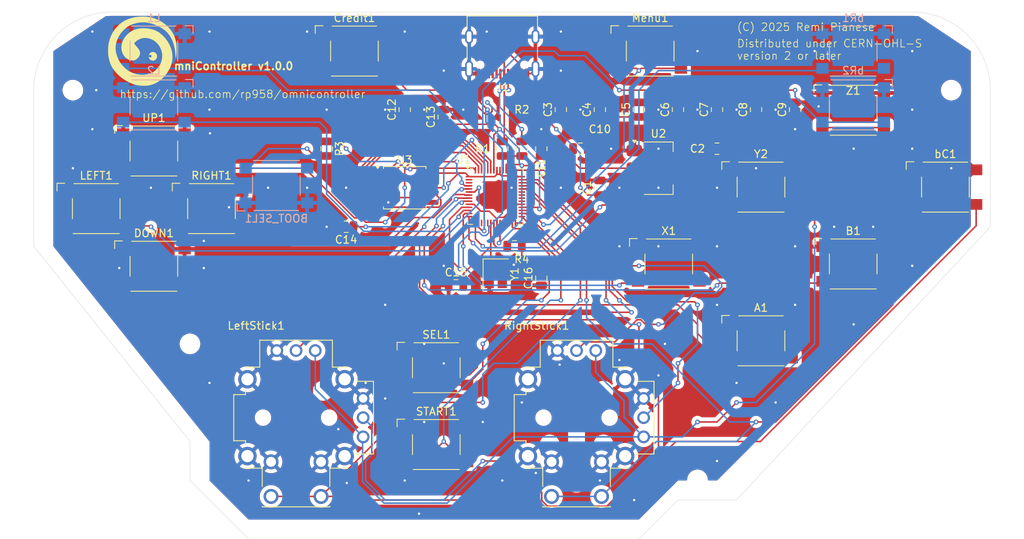
<source format=kicad_pcb>
(kicad_pcb (version 20241229) (generator "pcbnew") (generator_version "9.0")
  (layers (0 "F.Cu" signal) (2 "B.Cu" signal) (13 "F.Paste" user) (15 "B.Paste" user) (5 "F.SilkS" user "F.Silkscreen") (7 "B.SilkS" user "B.Silkscreen") (1 "F.Mask" user) (3 "B.Mask" user) (25 "Edge.Cuts" user))
  (net 0 "")
  (net 1 "VBUS")
  (net 2 "GND")
  (net 15 "GP26")
  (net 16 "GP27")
  (net 17 "GP28")
  (net 18 "GP29")
  (net 19 "USB_DM")
  (net 20 "USB_DP")
  (net 21 "+1V1")
  (net 22 "Net-(U1-USB_DP)")
  (net 23 "Net-(U1-USB_DM)")
  (net 24 "Net-(BOOT_SEL1-Pad2)")
  (net 25 "QSPI_SS")
  (net 26 "QSPI_SD3")
  (net 27 "QSPI_SCLK")
  (net 28 "QSPI_SD0")
  (net 29 "QSPI_SD2")
  (net 30 "QSPI_SD1")
  (net 31 "XIN")
  (net 32 "Net-(C16-Pad2)")
  (net 33 "XOUT")
  (net 34 "GP06")
  (net 35 "GP07")
  (net 36 "GP12")
  (net 37 "GP08")
  (net 38 "GP19")
  (net 39 "GP21")
  (net 40 "GP03")
  (net 41 "GP13")
  (net 42 "GP09")
  (net 43 "GP18")
  (net 44 "GP04")
  (net 45 "GP20")
  (net 46 "GP05")
  (net 47 "GP16")
  (net 48 "GP17")
  (net 49 "GP02")
  (net 50 "GP10")
  (net 51 "GP11")
  (net 52 "+3V3")
  (footprint "Capacitor_SMD:C_0805_2012Metric" (layer "F.Cu") (at 149.86 58.42 90)
    (property "Reference" "C8" (at 0 -1.68 90) (layer "F.SilkS"))
    (property "Value" "100n")
    (pad "1" smd roundrect (at -0.95 0 90) (size 1 1.45) (layers "F.Cu" "F.Mask" "F.Paste") (net 52 "+3V3"))
    (pad "2" smd roundrect (at 0.95 0 90) (size 1 1.45) (layers "F.Cu" "F.Mask" "F.Paste") (net 2 "GND"))
  )
  (footprint "Capacitor_SMD:C_0805_2012Metric" (layer "F.Cu") (at 139.7 58.42 90)
    (property "Reference" "C6" (at 0 -1.68 90) (layer "F.SilkS"))
    (property "Value" "100n")
    (pad "1" smd roundrect (at -0.95 0 90) (size 1 1.45) (layers "F.Cu" "F.Mask" "F.Paste") (net 52 "+3V3"))
    (pad "2" smd roundrect (at 0.95 0 90) (size 1 1.45) (layers "F.Cu" "F.Mask" "F.Paste") (net 2 "GND"))
  )
  (footprint "Crystal:Crystal_SMD_3225-4Pin_3.2x2.5mm" (layer "F.Cu") (at 115.99 79.84 -90)
    (property "Reference" "Y1" (at 0 -2.45 90) (layer "F.SilkS"))
    (property "Value" "ABM8-272-T3")
    (pad "1" smd rect (at -1.1 0.85 270) (size 1.4 1.2) (layers "F.Cu" "F.Mask" "F.Paste") (net 31 "XIN"))
    (pad "2" smd rect (at 1.1 0.85 270) (size 1.4 1.2) (layers "F.Cu" "F.Mask" "F.Paste") (net 2 "GND"))
    (pad "3" smd rect (at 1.1 -0.85 270) (size 1.4 1.2) (layers "F.Cu" "F.Mask" "F.Paste") (net 32 "Net-(C16-Pad2)"))
    (pad "4" smd rect (at -1.1 -0.85 270) (size 1.4 1.2) (layers "F.Cu" "F.Mask" "F.Paste") (net 2 "GND"))
  )
  (footprint "Button_Switch_SMD:SW_SPST_Omron_B3FS-100xP" (layer "F.Cu") (at 64 71.3)
    (property "Reference" "LEFT1" (at 0 -4.3 0) (layer "F.SilkS"))
    (property "Value" "SW_Omron_B3FS-1000P")
    (pad "1" smd rect (at -4 -2.25 180) (size 1.6 1.4) (layers "F.Cu" "F.Mask" "F.Paste") (net 2 "GND"))
    (pad "1" smd rect (at 4 -2.25 180) (size 1.6 1.4) (layers "F.Cu" "F.Mask" "F.Paste") (net 2 "GND"))
    (pad "2" smd rect (at -4 2.25 180) (size 1.6 1.4) (layers "F.Cu" "F.Mask" "F.Paste") (net 44 "GP04"))
    (pad "2" smd rect (at 4 2.25 180) (size 1.6 1.4) (layers "F.Cu" "F.Mask" "F.Paste") (net 44 "GP04"))
  )
  (footprint "Capacitor_SMD:C_0805_2012Metric" (layer "F.Cu") (at 129.54 68.58 90)
    (property "Reference" "C1" (at 0 -1.68 90) (layer "F.SilkS"))
    (property "Value" "10u")
    (pad "1" smd roundrect (at -0.95 0 90) (size 1 1.45) (layers "F.Cu" "F.Mask" "F.Paste") (net 1 "VBUS"))
    (pad "2" smd roundrect (at 0.95 0 90) (size 1 1.45) (layers "F.Cu" "F.Mask" "F.Paste") (net 2 "GND"))
  )
  (footprint "Button_Switch_SMD:SW_SPST_Omron_B3FS-100xP" (layer "F.Cu") (at 150.5 88.5)
    (property "Reference" "A1" (at 0 -4.3 0) (layer "F.SilkS"))
    (property "Value" "SW_Omron_B3FS-1000P")
    (pad "1" smd rect (at -4 -2.25 180) (size 1.6 1.4) (layers "F.Cu" "F.Mask" "F.Paste") (net 2 "GND"))
    (pad "1" smd rect (at 4 -2.25 180) (size 1.6 1.4) (layers "F.Cu" "F.Mask" "F.Paste") (net 2 "GND"))
    (pad "2" smd rect (at -4 2.25 180) (size 1.6 1.4) (layers "F.Cu" "F.Mask" "F.Paste") (net 34 "GP06"))
    (pad "2" smd rect (at 4 2.25 180) (size 1.6 1.4) (layers "F.Cu" "F.Mask" "F.Paste") (net 34 "GP06"))
  )
  (footprint "Connector_USB:USB_C_Receptacle_G-Switch_GT-USB-7010ASV" (layer "F.Cu") (at 116.84 50 180)
    (property "Reference" "J1" (at 0 -5.5 0) (layer "F.SilkS"))
    (property "Value" "G-Switch GT-USB-7010ASV")
    (pad "" np_thru_hole circle (at -2.89 -2.605 180) (size 0.65 0.65) (drill 0.65) (layers "*.Cu" "*.Mask"))
    (pad "" np_thru_hole circle (at 2.89 -2.605 180) (size 0.65 0.65) (drill 0.65) (layers "*.Cu" "*.Mask"))
    (pad "A1" smd rect (at -3.2 -3.725 180) (size 0.6 1.24) (layers "F.Cu" "F.Mask" "F.Paste") (net 2 "GND"))
    (pad "A4" smd rect (at -2.4 -3.725 180) (size 0.6 1.24) (layers "F.Cu" "F.Mask" "F.Paste") (net 1 "VBUS"))
    (pad "A5" smd rect (at -1.25 -3.725 180) (size 0.3 1.24) (layers "F.Cu" "F.Mask" "F.Paste"))
    (pad "A6" smd rect (at -0.25 -3.725 180) (size 0.3 1.24) (layers "F.Cu" "F.Mask" "F.Paste") (net 20 "USB_DP"))
    (pad "A7" smd rect (at 0.25 -3.725 180) (size 0.3 1.24) (layers "F.Cu" "F.Mask" "F.Paste") (net 19 "USB_DM"))
    (pad "A8" smd rect (at 1.25 -3.725 180) (size 0.3 1.24) (layers "F.Cu" "F.Mask" "F.Paste"))
    (pad "A9" smd rect (at 2.4 -3.725 180) (size 0.6 1.24) (layers "F.Cu" "F.Mask" "F.Paste") (net 1 "VBUS"))
    (pad "A12" smd rect (at 3.2 -3.725 180) (size 0.6 1.24) (layers "F.Cu" "F.Mask" "F.Paste") (net 2 "GND"))
    (pad "B1" smd rect (at 3.2 -3.725 180) (size 0.6 1.24) (layers "F.Cu" "F.Mask" "F.Paste") (net 2 "GND"))
    (pad "B4" smd rect (at 2.4 -3.725 180) (size 0.6 1.24) (layers "F.Cu" "F.Mask" "F.Paste") (net 1 "VBUS"))
    (pad "B5" smd rect (at 1.75 -3.725 180) (size 0.3 1.24) (layers "F.Cu" "F.Mask" "F.Paste"))
    (pad "B6" smd rect (at 0.75 -3.725 180) (size 0.3 1.24) (layers "F.Cu" "F.Mask" "F.Paste") (net 20 "USB_DP"))
    (pad "B7" smd rect (at -0.75 -3.725 180) (size 0.3 1.24) (layers "F.Cu" "F.Mask" "F.Paste") (net 19 "USB_DM"))
    (pad "B8" smd rect (at -1.75 -3.725 180) (size 0.3 1.24) (layers "F.Cu" "F.Mask" "F.Paste"))
    (pad "B9" smd rect (at -2.4 -3.725 180) (size 0.6 1.24) (layers "F.Cu" "F.Mask" "F.Paste") (net 1 "VBUS"))
    (pad "B12" smd rect (at -3.2 -3.725 180) (size 0.6 1.24) (layers "F.Cu" "F.Mask" "F.Paste") (net 2 "GND"))
    (pad "S1" thru_hole oval (at -4.32 -3.125 180) (size 1 2.1) (drill oval 0.6 1.7) (property pad_prop_heatsink) (layers "*.Cu" "*.Mask") (net 2 "GND"))
    (pad "S1" thru_hole oval (at -4.32 1.075 180) (size 1 1.8) (drill oval 0.6 1.4) (property pad_prop_heatsink) (layers "*.Cu" "*.Mask") (net 2 "GND"))
    (pad "S1" thru_hole oval (at 4.32 -3.125 180) (size 1 2.1) (drill oval 0.6 1.7) (property pad_prop_heatsink) (layers "*.Cu" "*.Mask") (net 2 "GND"))
    (pad "S1" thru_hole oval (at 4.32 1.075 180) (size 1 1.8) (drill oval 0.6 1.4) (property pad_prop_heatsink) (layers "*.Cu" "*.Mask") (net 2 "GND"))
  )
  (footprint "Capacitor_SMD:C_0805_2012Metric" (layer "F.Cu") (at 116.84 63.5 -90)
    (property "Reference" "R1" (at 0 2.54 180) (layer "F.SilkS"))
    (property "Value" "27.4")
    (pad "1" smd roundrect (at -0.95 0 270) (size 1 1.45) (layers "F.Cu" "F.Mask" "F.Paste") (net 20 "USB_DP"))
    (pad "2" smd roundrect (at 0.95 0 270) (size 1 1.45) (layers "F.Cu" "F.Mask" "F.Paste") (net 22 "Net-(U1-USB_DP)"))
  )
  (footprint "Button_Switch_SMD:SW_SPST_Omron_B3FS-100xP" (layer "F.Cu") (at 97.6 50.8)
    (property "Reference" "Credit1" (at 0 -4.3 0) (layer "F.SilkS"))
    (property "Value" "SW_Omron_B3FS-1000P")
    (pad "1" smd rect (at -4 -2.25 180) (size 1.6 1.4) (layers "F.Cu" "F.Mask" "F.Paste") (net 2 "GND"))
    (pad "1" smd rect (at 4 -2.25 180) (size 1.6 1.4) (layers "F.Cu" "F.Mask" "F.Paste") (net 2 "GND"))
    (pad "2" smd rect (at -4 2.25 180) (size 1.6 1.4) (layers "F.Cu" "F.Mask" "F.Paste") (net 39 "GP21"))
    (pad "2" smd rect (at 4 2.25 180) (size 1.6 1.4) (layers "F.Cu" "F.Mask" "F.Paste") (net 39 "GP21"))
  )
  (footprint "Button_Switch_SMD:SW_SPST_Omron_B3FS-100xP" (layer "F.Cu") (at 162.5 78.5)
    (property "Reference" "B1" (at 0 -4.3 0) (layer "F.SilkS"))
    (property "Value" "SW_Omron_B3FS-1000P")
    (pad "1" smd rect (at -4 -2.25 180) (size 1.6 1.4) (layers "F.Cu" "F.Mask" "F.Paste") (net 2 "GND"))
    (pad "1" smd rect (at 4 -2.25 180) (size 1.6 1.4) (layers "F.Cu" "F.Mask" "F.Paste") (net 2 "GND"))
    (pad "2" smd rect (at -4 2.25 180) (size 1.6 1.4) (layers "F.Cu" "F.Mask" "F.Paste") (net 35 "GP07"))
    (pad "2" smd rect (at 4 2.25 180) (size 1.6 1.4) (layers "F.Cu" "F.Mask" "F.Paste") (net 35 "GP07"))
  )
  (footprint "Button_Switch_SMD:SW_SPST_Omron_B3FS-100xP" (layer "F.Cu") (at 108.25 92)
    (property "Reference" "SEL1" (at 0 -4.3 0) (layer "F.SilkS"))
    (property "Value" "SW_Omron_B3FS-1000P")
    (pad "1" smd rect (at -4 -2.25 180) (size 1.6 1.4) (layers "F.Cu" "F.Mask" "F.Paste") (net 2 "GND"))
    (pad "1" smd rect (at 4 -2.25 180) (size 1.6 1.4) (layers "F.Cu" "F.Mask" "F.Paste") (net 2 "GND"))
    (pad "2" smd rect (at -4 2.25 180) (size 1.6 1.4) (layers "F.Cu" "F.Mask" "F.Paste") (net 47 "GP16"))
    (pad "2" smd rect (at 4 2.25 180) (size 1.6 1.4) (layers "F.Cu" "F.Mask" "F.Paste") (net 47 "GP16"))
  )
  (footprint "Capacitor_SMD:C_0805_2012Metric" (layer "F.Cu") (at 127 63.5)
    (property "Reference" "C10" (at 2.54 -2.54 0) (layer "F.SilkS"))
    (property "Value" "1u")
    (pad "1" smd roundrect (at -0.95 0) (size 1 1.45) (layers "F.Cu" "F.Mask" "F.Paste") (net 52 "+3V3"))
    (pad "2" smd roundrect (at 0.95 0) (size 1 1.45) (layers "F.Cu" "F.Mask" "F.Paste") (net 2 "GND"))
  )
  (footprint "MountingHole:MountingHole_2.2mm_M2" (layer "F.Cu") (at 175.26 55.88)
    (property "Reference" "REF**" (hide yes))
    (property "Value" "MountingHole_2.2mm_M2")
    (pad "" np_thru_hole circle (at 0 0) (size 2.2 2.2) (drill 2.2) (layers "*.Cu" "*.Mask"))
  )
  (footprint "Button_Switch_SMD:SW_SPST_Omron_B3FS-100xP" (layer "F.Cu") (at 138.5 78.5)
    (property "Reference" "X1" (at 0 -4.3 0) (layer "F.SilkS"))
    (property "Value" "SW_Omron_B3FS-1000P")
    (pad "1" smd rect (at -4 -2.25 180) (size 1.6 1.4) (layers "F.Cu" "F.Mask" "F.Paste") (net 2 "GND"))
    (pad "1" smd rect (at 4 -2.25 180) (size 1.6 1.4) (layers "F.Cu" "F.Mask" "F.Paste") (net 2 "GND"))
    (pad "2" smd rect (at -4 2.25 180) (size 1.6 1.4) (layers "F.Cu" "F.Mask" "F.Paste") (net 50 "GP10"))
    (pad "2" smd rect (at 4 2.25 180) (size 1.6 1.4) (layers "F.Cu" "F.Mask" "F.Paste") (net 50 "GP10"))
  )
  (footprint "Capacitor_SMD:C_0805_2012Metric" (layer "F.Cu") (at 109.22 59.37 90)
    (property "Reference" "C13" (at 0 -1.68 90) (layer "F.SilkS"))
    (property "Value" "100n")
    (pad "1" smd roundrect (at -0.95 0 90) (size 1 1.45) (layers "F.Cu" "F.Mask" "F.Paste") (net 21 "+1V1"))
    (pad "2" smd roundrect (at 0.95 0 90) (size 1 1.45) (layers "F.Cu" "F.Mask" "F.Paste") (net 2 "GND"))
  )
  (footprint "Package_SO:SOIC-8_5.3x5.3mm_P1.27mm" (layer "F.Cu") (at 104.14 68.58)
    (property "Reference" "U3" (at 0 -3.6 0) (layer "F.SilkS"))
    (property "Value" "W25Q128JVSIM")
    (pad "1" smd roundrect (at -3.5875 -1.905) (size 1.625 0.65) (layers "F.Cu" "F.Mask" "F.Paste") (net 25 "QSPI_SS"))
    (pad "2" smd roundrect (at -3.5875 -0.635) (size 1.625 0.65) (layers "F.Cu" "F.Mask" "F.Paste") (net 30 "QSPI_SD1"))
    (pad "3" smd roundrect (at -3.5875 0.635) (size 1.625 0.65) (layers "F.Cu" "F.Mask" "F.Paste") (net 29 "QSPI_SD2"))
    (pad "4" smd roundrect (at -3.5875 1.905) (size 1.625 0.65) (layers "F.Cu" "F.Mask" "F.Paste") (net 2 "GND"))
    (pad "5" smd roundrect (at 3.5875 1.905) (size 1.625 0.65) (layers "F.Cu" "F.Mask" "F.Paste") (net 28 "QSPI_SD0"))
    (pad "6" smd roundrect (at 3.5875 0.635) (size 1.625 0.65) (layers "F.Cu" "F.Mask" "F.Paste") (net 27 "QSPI_SCLK"))
    (pad "7" smd roundrect (at 3.5875 -0.635) (size 1.625 0.65) (layers "F.Cu" "F.Mask" "F.Paste") (net 26 "QSPI_SD3"))
    (pad "8" smd roundrect (at 3.5875 -1.905) (size 1.625 0.65) (layers "F.Cu" "F.Mask" "F.Paste") (net 52 "+3V3"))
  )
  (footprint "MountingHole:MountingHole_2.2mm_M2" (layer "F.Cu") (at 60.96 55.88)
    (property "Reference" "REF**" (hide yes))
    (property "Value" "MountingHole_2.2mm_M2")
    (pad "" np_thru_hole circle (at 0 0) (size 2.2 2.2) (drill 2.2) (layers "*.Cu" "*.Mask"))
  )
  (footprint "Button_Switch_SMD:SW_SPST_Omron_B3FS-100xP" (layer "F.Cu") (at 79 71.3)
    (property "Reference" "RIGHT1" (at 0 -4.3 0) (layer "F.SilkS"))
    (property "Value" "SW_Omron_B3FS-1000P")
    (pad "1" smd rect (at -4 -2.25 180) (size 1.6 1.4) (layers "F.Cu" "F.Mask" "F.Paste") (net 2 "GND"))
    (pad "1" smd rect (at 4 -2.25 180) (size 1.6 1.4) (layers "F.Cu" "F.Mask" "F.Paste") (net 2 "GND"))
    (pad "2" smd rect (at -4 2.25 180) (size 1.6 1.4) (layers "F.Cu" "F.Mask" "F.Paste") (net 46 "GP05"))
    (pad "2" smd rect (at 4 2.25 180) (size 1.6 1.4) (layers "F.Cu" "F.Mask" "F.Paste") (net 46 "GP05"))
  )
  (footprint "Logo:logo" (layer "F.Cu") (at 70 50.8)
    (property "Reference" "G***" (hide yes))
    (property "Value" "LOGO" (hide yes))
  )
  (footprint "Package_DFN_QFN:QFN-56-1EP_7x7mm_P0.4mm_EP3.2x3.2mm" (layer "F.Cu") (at 115.9425 69.735)
    (property "Reference" "U1" (at -4.1825 -4.83 0) (layer "F.SilkS"))
    (property "Value" "RP2040")
    (pad "1" smd roundrect (at -3.4375 -2.6) (size 0.875 0.2) (layers "F.Cu" "F.Mask" "F.Paste") (net 52 "+3V3"))
    (pad "2" smd roundrect (at -3.4375 -2.2) (size 0.875 0.2) (layers "F.Cu" "F.Mask" "F.Paste"))
    (pad "3" smd roundrect (at -3.4375 -1.8) (size 0.875 0.2) (layers "F.Cu" "F.Mask" "F.Paste"))
    (pad "4" smd roundrect (at -3.4375 -1.4) (size 0.875 0.2) (layers "F.Cu" "F.Mask" "F.Paste") (net 49 "GP02"))
    (pad "5" smd roundrect (at -3.4375 -1) (size 0.875 0.2) (layers "F.Cu" "F.Mask" "F.Paste") (net 40 "GP03"))
    (pad "6" smd roundrect (at -3.4375 -0.6) (size 0.875 0.2) (layers "F.Cu" "F.Mask" "F.Paste") (net 44 "GP04"))
    (pad "7" smd roundrect (at -3.4375 -0.2) (size 0.875 0.2) (layers "F.Cu" "F.Mask" "F.Paste") (net 46 "GP05"))
    (pad "8" smd roundrect (at -3.4375 0.2) (size 0.875 0.2) (layers "F.Cu" "F.Mask" "F.Paste") (net 34 "GP06"))
    (pad "9" smd roundrect (at -3.4375 0.6) (size 0.875 0.2) (layers "F.Cu" "F.Mask" "F.Paste") (net 35 "GP07"))
    (pad "10" smd roundrect (at -3.4375 1) (size 0.875 0.2) (layers "F.Cu" "F.Mask" "F.Paste") (net 52 "+3V3"))
    (pad "11" smd roundrect (at -3.4375 1.4) (size 0.875 0.2) (layers "F.Cu" "F.Mask" "F.Paste") (net 37 "GP08"))
    (pad "12" smd roundrect (at -3.4375 1.8) (size 0.875 0.2) (layers "F.Cu" "F.Mask" "F.Paste") (net 42 "GP09"))
    (pad "13" smd roundrect (at -3.4375 2.2) (size 0.875 0.2) (layers "F.Cu" "F.Mask" "F.Paste") (net 50 "GP10"))
    (pad "14" smd roundrect (at -3.4375 2.6) (size 0.875 0.2) (layers "F.Cu" "F.Mask" "F.Paste") (net 51 "GP11"))
    (pad "15" smd roundrect (at -2.6 3.4375) (size 0.2 0.875) (layers "F.Cu" "F.Mask" "F.Paste") (net 36 "GP12"))
    (pad "16" smd roundrect (at -2.2 3.4375) (size 0.2 0.875) (layers "F.Cu" "F.Mask" "F.Paste") (net 41 "GP13"))
    (pad "17" smd roundrect (at -1.8 3.4375) (size 0.2 0.875) (layers "F.Cu" "F.Mask" "F.Paste"))
    (pad "18" smd roundrect (at -1.4 3.4375) (size 0.2 0.875) (layers "F.Cu" "F.Mask" "F.Paste"))
    (pad "19" smd roundrect (at -1 3.4375) (size 0.2 0.875) (layers "F.Cu" "F.Mask" "F.Paste"))
    (pad "20" smd roundrect (at -0.6 3.4375) (size 0.2 0.875) (layers "F.Cu" "F.Mask" "F.Paste") (net 31 "XIN"))
    (pad "21" smd roundrect (at -0.2 3.4375) (size 0.2 0.875) (layers "F.Cu" "F.Mask" "F.Paste") (net 33 "XOUT"))
    (pad "22" smd roundrect (at 0.2 3.4375) (size 0.2 0.875) (layers "F.Cu" "F.Mask" "F.Paste") (net 52 "+3V3"))
    (pad "23" smd roundrect (at 0.6 3.4375) (size 0.2 0.875) (layers "F.Cu" "F.Mask" "F.Paste") (net 21 "+1V1"))
    (pad "24" smd roundrect (at 1 3.4375) (size 0.2 0.875) (layers "F.Cu" "F.Mask" "F.Paste"))
    (pad "25" smd roundrect (at 1.4 3.4375) (size 0.2 0.875) (layers "F.Cu" "F.Mask" "F.Paste"))
    (pad "26" smd roundrect (at 1.8 3.4375) (size 0.2 0.875) (layers "F.Cu" "F.Mask" "F.Paste"))
    (pad "27" smd roundrect (at 2.2 3.4375) (size 0.2 0.875) (layers "F.Cu" "F.Mask" "F.Paste") (net 47 "GP16"))
    (pad "28" smd roundrect (at 2.6 3.4375) (size 0.2 0.875) (layers "F.Cu" "F.Mask" "F.Paste") (net 48 "GP17"))
    (pad "29" smd roundrect (at 3.4375 2.6) (size 0.875 0.2) (layers "F.Cu" "F.Mask" "F.Paste") (net 43 "GP18"))
    (pad "30" smd roundrect (at 3.4375 2.2) (size 0.875 0.2) (layers "F.Cu" "F.Mask" "F.Paste") (net 38 "GP19"))
    (pad "31" smd roundrect (at 3.4375 1.8) (size 0.875 0.2) (layers "F.Cu" "F.Mask" "F.Paste") (net 45 "GP20"))
    (pad "32" smd roundrect (at 3.4375 1.4) (size 0.875 0.2) (layers "F.Cu" "F.Mask" "F.Paste") (net 39 "GP21"))
    (pad "33" smd roundrect (at 3.4375 1) (size 0.875 0.2) (layers "F.Cu" "F.Mask" "F.Paste") (net 52 "+3V3"))
    (pad "34" smd roundrect (at 3.4375 0.6) (size 0.875 0.2) (layers "F.Cu" "F.Mask" "F.Paste"))
    (pad "35" smd roundrect (at 3.4375 0.2) (size 0.875 0.2) (layers "F.Cu" "F.Mask" "F.Paste"))
    (pad "36" smd roundrect (at 3.4375 -0.2) (size 0.875 0.2) (layers "F.Cu" "F.Mask" "F.Paste"))
    (pad "37" smd roundrect (at 3.4375 -0.6) (size 0.875 0.2) (layers "F.Cu" "F.Mask" "F.Paste"))
    (pad "38" smd roundrect (at 3.4375 -1) (size 0.875 0.2) (layers "F.Cu" "F.Mask" "F.Paste") (net 15 "GP26"))
    (pad "39" smd roundrect (at 3.4375 -1.4) (size 0.875 0.2) (layers "F.Cu" "F.Mask" "F.Paste") (net 16 "GP27"))
    (pad "40" smd roundrect (at 3.4375 -1.8) (size 0.875 0.2) (layers "F.Cu" "F.Mask" "F.Paste") (net 17 "GP28"))
    (pad "41" smd roundrect (at 3.4375 -2.2) (size 0.875 0.2) (layers "F.Cu" "F.Mask" "F.Paste") (net 18 "GP29"))
    (pad "42" smd roundrect (at 3.4375 -2.6) (size 0.875 0.2) (layers "F.Cu" "F.Mask" "F.Paste") (net 52 "+3V3"))
    (pad "43" smd roundrect (at 2.6 -3.4375) (size 0.2 0.875) (layers "F.Cu" "F.Mask" "F.Paste") (net 52 "+3V3"))
    (pad "44" smd roundrect (at 2.2 -3.4375) (size 0.2 0.875) (layers "F.Cu" "F.Mask" "F.Paste") (net 52 "+3V3"))
    (pad "45" smd roundrect (at 1.8 -3.4375) (size 0.2 0.875) (layers "F.Cu" "F.Mask" "F.Paste") (net 21 "+1V1"))
    (pad "46" smd roundrect (at 1.4 -3.4375) (size 0.2 0.875) (layers "F.Cu" "F.Mask" "F.Paste") (net 23 "Net-(U1-USB_DM)"))
    (pad "47" smd roundrect (at 1 -3.4375) (size 0.2 0.875) (layers "F.Cu" "F.Mask" "F.Paste") (net 22 "Net-(U1-USB_DP)"))
    (pad "48" smd roundrect (at 0.6 -3.4375) (size 0.2 0.875) (layers "F.Cu" "F.Mask" "F.Paste") (net 52 "+3V3"))
    (pad "49" smd roundrect (at 0.2 -3.4375) (size 0.2 0.875) (layers "F.Cu" "F.Mask" "F.Paste") (net 52 "+3V3"))
    (pad "50" smd roundrect (at -0.2 -3.4375) (size 0.2 0.875) (layers "F.Cu" "F.Mask" "F.Paste") (net 21 "+1V1"))
    (pad "51" smd roundrect (at -0.6 -3.4375) (size 0.2 0.875) (layers "F.Cu" "F.Mask" "F.Paste") (net 26 "QSPI_SD3"))
    (pad "52" smd roundrect (at -1 -3.4375) (size 0.2 0.875) (layers "F.Cu" "F.Mask" "F.Paste") (net 27 "QSPI_SCLK"))
    (pad "53" smd roundrect (at -1.4 -3.4375) (size 0.2 0.875) (layers "F.Cu" "F.Mask" "F.Paste") (net 28 "QSPI_SD0"))
    (pad "54" smd roundrect (at -1.8 -3.4375) (size 0.2 0.875) (layers "F.Cu" "F.Mask" "F.Paste") (net 29 "QSPI_SD2"))
    (pad "55" smd roundrect (at -2.2 -3.4375) (size 0.2 0.875) (layers "F.Cu" "F.Mask" "F.Paste") (net 30 "QSPI_SD1"))
    (pad "56" smd roundrect (at -2.6 -3.4375) (size 0.2 0.875) (layers "F.Cu" "F.Mask" "F.Paste") (net 25 "QSPI_SS"))
    (pad "57" smd rect (at 0 0) (size 3.2 3.2) (property pad_prop_heatsink) (layers "F.Cu" "F.Mask") (net 2 "GND"))
  )
  (footprint "Capacitor_SMD:C_0805_2012Metric" (layer "F.Cu") (at 134.62 58.42 90)
    (property "Reference" "C5" (at 0 -1.68 90) (layer "F.SilkS"))
    (property "Value" "100n")
    (pad "1" smd roundrect (at -0.95 0 90) (size 1 1.45) (layers "F.Cu" "F.Mask" "F.Paste") (net 52 "+3V3"))
    (pad "2" smd roundrect (at 0.95 0 90) (size 1 1.45) (layers "F.Cu" "F.Mask" "F.Paste") (net 2 "GND"))
  )
  (footprint "Capacitor_SMD:C_0805_2012Metric" (layer "F.Cu") (at 144.78 58.42 90)
    (property "Reference" "C7" (at 0 -1.68 90) (layer "F.SilkS"))
    (property "Value" "100n")
    (pad "1" smd roundrect (at -0.95 0 90) (size 1 1.45) (layers "F.Cu" "F.Mask" "F.Paste") (net 52 "+3V3"))
    (pad "2" smd roundrect (at 0.95 0 90) (size 1 1.45) (layers "F.Cu" "F.Mask" "F.Paste") (net 2 "GND"))
  )
  (footprint "Button_Switch_SMD:SW_SPST_Omron_B3FS-100xP" (layer "F.Cu") (at 71.5 78.8)
    (property "Reference" "DOWN1" (at 0 -4.3 0) (layer "F.SilkS"))
    (property "Value" "SW_Omron_B3FS-1000P")
    (pad "1" smd rect (at -4 -2.25 180) (size 1.6 1.4) (layers "F.Cu" "F.Mask" "F.Paste") (net 2 "GND"))
    (pad "1" smd rect (at 4 -2.25 180) (size 1.6 1.4) (layers "F.Cu" "F.Mask" "F.Paste") (net 2 "GND"))
    (pad "2" smd rect (at -4 2.25 180) (size 1.6 1.4) (layers "F.Cu" "F.Mask" "F.Paste") (net 40 "GP03"))
    (pad "2" smd rect (at 4 2.25 180) (size 1.6 1.4) (layers "F.Cu" "F.Mask" "F.Paste") (net 40 "GP03"))
  )
  (footprint "Capacitor_SMD:C_0805_2012Metric" (layer "F.Cu") (at 96.52 73.66 180)
    (property "Reference" "C14" (at 0 -1.68 0) (layer "F.SilkS"))
    (property "Value" "100n")
    (pad "1" smd roundrect (at -0.95 0 180) (size 1 1.45) (layers "F.Cu" "F.Mask" "F.Paste") (net 52 "+3V3"))
    (pad "2" smd roundrect (at 0.95 0 180) (size 1 1.45) (layers "F.Cu" "F.Mask" "F.Paste") (net 2 "GND"))
  )
  (footprint "Capacitor_SMD:C_0805_2012Metric" (layer "F.Cu") (at 129.54 58.42 90)
    (property "Reference" "C4" (at 0 -1.68 90) (layer "F.SilkS"))
    (property "Value" "100n")
    (pad "1" smd roundrect (at -0.95 0 90) (size 1 1.45) (layers "F.Cu" "F.Mask" "F.Paste") (net 52 "+3V3"))
    (pad "2" smd roundrect (at 0.95 0 90) (size 1 1.45) (layers "F.Cu" "F.Mask" "F.Paste") (net 2 "GND"))
  )
  (footprint "Capacitor_SMD:C_0805_2012Metric" (layer "F.Cu") (at 121.92 80.33 90)
    (property "Reference" "C16" (at 0 -1.68 90) (layer "F.SilkS"))
    (property "Value" "15p")
    (pad "1" smd roundrect (at -0.95 0 90) (size 1 1.45) (layers "F.Cu" "F.Mask" "F.Paste") (net 2 "GND"))
    (pad "2" smd roundrect (at 0.95 0 90) (size 1 1.45) (layers "F.Cu" "F.Mask" "F.Paste") (net 32 "Net-(C16-Pad2)"))
  )
  (footprint "Button_Switch_SMD:SW_SPST_Omron_B3FS-100xP" (layer "F.Cu") (at 150.5 68.5)
    (property "Reference" "Y2" (at 0 -4.3 0) (layer "F.SilkS"))
    (property "Value" "SW_Omron_B3FS-1000P")
    (pad "1" smd rect (at -4 -2.25 180) (size 1.6 1.4) (layers "F.Cu" "F.Mask" "F.Paste") (net 2 "GND"))
    (pad "1" smd rect (at 4 -2.25 180) (size 1.6 1.4) (layers "F.Cu" "F.Mask" "F.Paste") (net 2 "GND"))
    (pad "2" smd rect (at -4 2.25 180) (size 1.6 1.4) (layers "F.Cu" "F.Mask" "F.Paste") (net 51 "GP11"))
    (pad "2" smd rect (at 4 2.25 180) (size 1.6 1.4) (layers "F.Cu" "F.Mask" "F.Paste") (net 51 "GP11"))
  )
  (footprint "Controllers:SW_RKJXV122400R" (layer "F.Cu") (at 126.5 98.5)
    (property "Reference" "RightStick1" (at -5.185 -11.965 0) (layer "F.SilkS"))
    (property "Value" "RKJXV122400R")
    (pad "" np_thru_hole circle (at -4.3 0) (size 1.65 1.65) (drill 1.65) (layers "*.Cu" "*.Mask"))
    (pad "" np_thru_hole circle (at 4.3 0) (size 1.65 1.65) (drill 1.65) (layers "*.Cu" "*.Mask"))
    (pad "HGND" thru_hole circle (at -2.5 -8.73) (size 1.65 1.65) (drill 1.1) (layers "*.Cu" "*.Mask") (net 2 "GND"))
    (pad "HOut" thru_hole circle (at 0 -8.73) (size 1.65 1.65) (drill 1.1) (layers "*.Cu" "*.Mask") (net 18 "GP29"))
    (pad "HVCC" thru_hole circle (at 2.5 -8.73) (size 1.65 1.65) (drill 1.1) (layers "*.Cu" "*.Mask") (net 52 "+3V3"))
    (pad "SH1" thru_hole circle (at -6.325 -5) (size 2.4 2.4) (drill 1.6) (layers "*.Cu" "*.Mask") (net 2 "GND"))
    (pad "SH2" thru_hole circle (at 6.325 -5) (size 2.4 2.4) (drill 1.6) (layers "*.Cu" "*.Mask") (net 2 "GND"))
    (pad "SH3" thru_hole circle (at 6.325 5) (size 2.4 2.4) (drill 1.6) (layers "*.Cu" "*.Mask") (net 2 "GND"))
    (pad "SH4" thru_hole circle (at -6.325 5) (size 2.4 2.4) (drill 1.6) (layers "*.Cu" "*.Mask") (net 2 "GND"))
    (pad "SwGND" thru_hole circle (at -3.25 5.75) (size 1.95 1.95) (drill 1.3) (layers "*.Cu" "*.Mask") (net 2 "GND"))
    (pad "SwGND" thru_hole circle (at 3.25 5.75) (size 1.95 1.95) (drill 1.3) (layers "*.Cu" "*.Mask") (net 2 "GND"))
    (pad "Switch" thru_hole circle (at -3.25 10.25) (size 1.95 1.95) (drill 1.3) (layers "*.Cu" "*.Mask") (net 38 "GP19"))
    (pad "Switch" thru_hole circle (at 3.25 10.25) (size 1.95 1.95) (drill 1.3) (layers "*.Cu" "*.Mask") (net 38 "GP19"))
    (pad "VGND" thru_hole circle (at 8.73 -2.5) (size 1.65 1.65) (drill 1.1) (layers "*.Cu" "*.Mask") (net 2 "GND"))
    (pad "VOut" thru_hole circle (at 8.73 0) (size 1.65 1.65) (drill 1.1) (layers "*.Cu" "*.Mask") (net 17 "GP28"))
    (pad "VVCC" thru_hole circle (at 8.73 2.5) (size 1.65 1.65) (drill 1.1) (layers "*.Cu" "*.Mask") (net 52 "+3V3"))
    (zone (net 0) (net_name "") (layer "F.Cu") (connect_pads (clearance 0)) (min_thickness 1.3)
      (keepout (tracks not_allowed) (vias not_allowed) (pads not_allowed) (copperpour not_allowed) (footprints allowed))
      (fill (thermal_gap 0.508) (thermal_bridge_width 0.508))
      (polygon (pts (xy 124.3 95) (xy 124.29374 95.127422) (xy 124.275021 95.253617) (xy 124.244022 95.37737) (xy 124.201043 95.497488) (xy 124.146498 95.612816) (xy 124.08091 95.722241) (xy 124.004914 95.824711) (xy 123.919239 95.919239) (xy 123.824711 96.004914) (xy 123.722241 96.08091) (xy 123.612816 96.146498) (xy 123.497488 96.201043) (xy 123.37737 96.244022) (xy 123.253617 96.275021) (xy 123.127422 96.29374) (xy 123 96.3) (xy 122.872578 96.29374) (xy 122.746383 96.275021) (xy 122.62263 96.244022) (xy 122.502512 96.201043) (xy 122.387184 96.146498) (xy 122.277759 96.08091) (xy 122.175289 96.004914) (xy 122.080761 95.919239) (xy 121.995086 95.824711) (xy 121.91909 95.722241) (xy 121.853502 95.612816) (xy 121.798957 95.497488) (xy 121.755978 95.37737) (xy 121.724979 95.253617) (xy 121.70626 95.127422) (xy 121.7 95) (xy 121.70626 94.872578) (xy 121.724979 94.746383) (xy 121.755978 94.62263) (xy 121.798957 94.502512) (xy 121.853502 94.387184) (xy 121.91909 94.277759) (xy 121.995086 94.175289) (xy 122.080761 94.080761) (xy 122.175289 93.995086) (xy 122.277759 93.91909) (xy 122.387184 93.853502) (xy 122.502512 93.798957) (xy 122.62263 93.755978) (xy 122.746383 93.724979) (xy 122.872578 93.70626) (xy 123 93.7) (xy 123.127422 93.70626) (xy 123.253617 93.724979) (xy 123.37737 93.755978) (xy 123.497488 93.798957) (xy 123.612816 93.853502) (xy 123.722241 93.91909) (xy 123.824711 93.995086) (xy 123.919239 94.080761) (xy 124.004914 94.175289) (xy 124.08091 94.277759) (xy 124.146498 94.387184) (xy 124.201043 94.502512) (xy 124.244022 94.62263) (xy 124.275021 94.746383) (xy 124.29374 94.872578)))
    )
    (zone (net 0) (net_name "") (layer "F.Cu") (connect_pads (clearance 0)) (min_thickness 1.3)
      (keepout (tracks not_allowed) (vias not_allowed) (pads not_allowed) (copperpour not_allowed) (footprints allowed))
      (fill (thermal_gap 0.508) (thermal_bridge_width 0.508))
      (polygon (pts (xy 124.3 102) (xy 124.29374 102.127422) (xy 124.275021 102.253617) (xy 124.244022 102.37737) (xy 124.201043 102.497488) (xy 124.146498 102.612816) (xy 124.08091 102.722241) (xy 124.004914 102.824711) (xy 123.919239 102.919239) (xy 123.824711 103.004914) (xy 123.722241 103.08091) (xy 123.612816 103.146498) (xy 123.497488 103.201043) (xy 123.37737 103.244022) (xy 123.253617 103.275021) (xy 123.127422 103.29374) (xy 123 103.3) (xy 122.872578 103.29374) (xy 122.746383 103.275021) (xy 122.62263 103.244022) (xy 122.502512 103.201043) (xy 122.387184 103.146498) (xy 122.277759 103.08091) (xy 122.175289 103.004914) (xy 122.080761 102.919239) (xy 121.995086 102.824711) (xy 121.91909 102.722241) (xy 121.853502 102.612816) (xy 121.798957 102.497488) (xy 121.755978 102.37737) (xy 121.724979 102.253617) (xy 121.70626 102.127422) (xy 121.7 102) (xy 121.70626 101.872578) (xy 121.724979 101.746383) (xy 121.755978 101.62263) (xy 121.798957 101.502512) (xy 121.853502 101.387184) (xy 121.91909 101.277759) (xy 121.995086 101.175289) (xy 122.080761 101.080761) (xy 122.175289 100.995086) (xy 122.277759 100.91909) (xy 122.387184 100.853502) (xy 122.502512 100.798957) (xy 122.62263 100.755978) (xy 122.746383 100.724979) (xy 122.872578 100.70626) (xy 123 100.7) (xy 123.127422 100.70626) (xy 123.253617 100.724979) (xy 123.37737 100.755978) (xy 123.497488 100.798957) (xy 123.612816 100.853502) (xy 123.722241 100.91909) (xy 123.824711 100.995086) (xy 123.919239 101.080761) (xy 124.004914 101.175289) (xy 124.08091 101.277759) (xy 124.146498 101.387184) (xy 124.201043 101.502512) (xy 124.244022 101.62263) (xy 124.275021 101.746383) (xy 124.29374 101.872578)))
    )
    (zone (net 0) (net_name "") (layer "F.Cu") (connect_pads (clearance 0)) (min_thickness 1.3)
      (keepout (tracks not_allowed) (vias not_allowed) (pads not_allowed) (copperpour not_allowed) (footprints allowed))
      (fill (thermal_gap 0.508) (thermal_bridge_width 0.508))
      (polygon (pts (xy 131.3 95) (xy 131.29374 95.127422) (xy 131.275021 95.253617) (xy 131.244022 95.37737) (xy 131.201043 95.497488) (xy 131.146498 95.612816) (xy 131.08091 95.722241) (xy 131.004914 95.824711) (xy 130.919239 95.919239) (xy 130.824711 96.004914) (xy 130.722241 96.08091) (xy 130.612816 96.146498) (xy 130.497488 96.201043) (xy 130.37737 96.244022) (xy 130.253617 96.275021) (xy 130.127422 96.29374) (xy 130 96.3) (xy 129.872578 96.29374) (xy 129.746383 96.275021) (xy 129.62263 96.244022) (xy 129.502512 96.201043) (xy 129.387184 96.146498) (xy 129.277759 96.08091) (xy 129.175289 96.004914) (xy 129.080761 95.919239) (xy 128.995086 95.824711) (xy 128.91909 95.722241) (xy 128.853502 95.612816) (xy 128.798957 95.497488) (xy 128.755978 95.37737) (xy 128.724979 95.253617) (xy 128.70626 95.127422) (xy 128.7 95) (xy 128.70626 94.872578) (xy 128.724979 94.746383) (xy 128.755978 94.62263) (xy 128.798957 94.502512) (xy 128.853502 94.387184) (xy 128.91909 94.277759) (xy 128.995086 94.175289) (xy 129.080761 94.080761) (xy 129.175289 93.995086) (xy 129.277759 93.91909) (xy 129.387184 93.853502) (xy 129.502512 93.798957) (xy 129.62263 93.755978) (xy 129.746383 93.724979) (xy 129.872578 93.70626) (xy 130 93.7) (xy 130.127422 93.70626) (xy 130.253617 93.724979) (xy 130.37737 93.755978) (xy 130.497488 93.798957) (xy 130.612816 93.853502) (xy 130.722241 93.91909) (xy 130.824711 93.995086) (xy 130.919239 94.080761) (xy 131.004914 94.175289) (xy 131.08091 94.277759) (xy 131.146498 94.387184) (xy 131.201043 94.502512) (xy 131.244022 94.62263) (xy 131.275021 94.746383) (xy 131.29374 94.872578)))
    )
    (zone (net 0) (net_name "") (layer "F.Cu") (connect_pads (clearance 0)) (min_thickness 1.3)
      (keepout (tracks not_allowed) (vias not_allowed) (pads not_allowed) (copperpour not_allowed) (footprints allowed))
      (fill (thermal_gap 0.508) (thermal_bridge_width 0.508))
      (polygon (pts (xy 131.3 102) (xy 131.29374 102.127422) (xy 131.275021 102.253617) (xy 131.244022 102.37737) (xy 131.201043 102.497488) (xy 131.146498 102.612816) (xy 131.08091 102.722241) (xy 131.004914 102.824711) (xy 130.919239 102.919239) (xy 130.824711 103.004914) (xy 130.722241 103.08091) (xy 130.612816 103.146498) (xy 130.497488 103.201043) (xy 130.37737 103.244022) (xy 130.253617 103.275021) (xy 130.127422 103.29374) (xy 130 103.3) (xy 129.872578 103.29374) (xy 129.746383 103.275021) (xy 129.62263 103.244022) (xy 129.502512 103.201043) (xy 129.387184 103.146498) (xy 129.277759 103.08091) (xy 129.175289 103.004914) (xy 129.080761 102.919239) (xy 128.995086 102.824711) (xy 128.91909 102.722241) (xy 128.853502 102.612816) (xy 128.798957 102.497488) (xy 128.755978 102.37737) (xy 128.724979 102.253617) (xy 128.70626 102.127422) (xy 128.7 102) (xy 128.70626 101.872578) (xy 128.724979 101.746383) (xy 128.755978 101.62263) (xy 128.798957 101.502512) (xy 128.853502 101.387184) (xy 128.91909 101.277759) (xy 128.995086 101.175289) (xy 129.080761 101.080761) (xy 129.175289 100.995086) (xy 129.277759 100.91909) (xy 129.387184 100.853502) (xy 129.502512 100.798957) (xy 129.62263 100.755978) (xy 129.746383 100.724979) (xy 129.872578 100.70626) (xy 130 100.7) (xy 130.127422 100.70626) (xy 130.253617 100.724979) (xy 130.37737 100.755978) (xy 130.497488 100.798957) (xy 130.612816 100.853502) (xy 130.722241 100.91909) (xy 130.824711 100.995086) (xy 130.919239 101.080761) (xy 131.004914 101.175289) (xy 131.08091 101.277759) (xy 131.146498 101.387184) (xy 131.201043 101.502512) (xy 131.244022 101.62263) (xy 131.275021 101.746383) (xy 131.29374 101.872578)))
    )
    (zone (net 0) (net_name "") (layer "F.Cu") (connect_pads (clearance 0)) (min_thickness 0.01)
      (keepout (tracks not_allowed) (vias not_allowed) (pads not_allowed) (copperpour not_allowed) (footprints allowed))
      (fill (thermal_gap 0.508) (thermal_bridge_width 0.508))
      (polygon (pts (xy 124.5 98.5) (xy 124.503 98.395) (xy 124.511 98.291) (xy 124.525 98.187) (xy 124.544 98.084) (xy 124.568 97.982) (xy 124.598 97.882) (xy 124.633 97.783) (xy 124.673 97.687) (xy 124.718 97.592) (xy 124.768 97.5) (xy 124.823 97.411) (xy 124.882 97.324) (xy 124.946 97.241) (xy 125.014 97.162) (xy 125.086 97.086) (xy 125.162 97.014) (xy 125.241 96.946) (xy 125.324 96.882) (xy 125.411 96.823) (xy 125.5 96.768) (xy 125.592 96.718) (xy 125.687 96.673) (xy 125.783 96.633) (xy 125.882 96.598) (xy 125.982 96.568) (xy 126.084 96.544) (xy 126.187 96.525) (xy 126.291 96.511) (xy 126.395 96.503) (xy 126.5 96.5) (xy 126.605 96.503) (xy 126.709 96.511) (xy 126.813 96.525) (xy 126.916 96.544) (xy 127.018 96.568) (xy 127.118 96.598) (xy 127.217 96.633) (xy 127.313 96.673) (xy 127.408 96.718) (xy 127.5 96.768) (xy 127.589 96.823) (xy 127.676 96.882) (xy 127.759 96.946) (xy 127.838 97.014) (xy 127.914 97.086) (xy 127.986 97.162) (xy 128.054 97.241) (xy 128.118 97.324) (xy 128.177 97.411) (xy 128.232 97.5) (xy 128.282 97.592) (xy 128.327 97.687) (xy 128.367 97.783) (xy 128.402 97.882) (xy 128.432 97.982) (xy 128.456 98.084) (xy 128.475 98.187) (xy 128.489 98.291) (xy 128.497 98.395) (xy 128.5 98.5) (xy 128.498 98.572) (xy 128.493 98.638) (xy 128.487 98.703) (xy 128.479 98.768) (xy 128.468 98.833) (xy 128.455 98.898) (xy 128.441 98.962) (xy 128.424 99.025) (xy 128.405 99.088) (xy 128.384 99.151) (xy 128.362 99.212) (xy 128.337 99.273) (xy 128.31 99.333) (xy 128.282 99.392) (xy 128.251 99.451) (xy 128.219 99.508) (xy 128.185 99.564) (xy 128.149 99.619) (xy 128.111 99.673) (xy 128.072 99.726) (xy 128.031 99.777) (xy 127.988 99.827) (xy 127.944 99.876) (xy 127.899 99.923) (xy 127.851 99.969) (xy 127.803 100.013) (xy 127.753 100.056) (xy 127.701 100.097) (xy 127.649 100.136) (xy 127.6 100.17) (xy 127.6 105.15) (xy 127.646 105.185) (xy 127.686 105.219) (xy 127.724 105.253) (xy 127.762 105.289) (xy 127.799 105.326) (xy 127.834 105.364) (xy 127.868 105.403) (xy 127.901 105.443) (xy 127.933 105.484) (xy 127.963 105.526) (xy 127.992 105.57) (xy 128.019 105.614) (xy 128.045 105.659) (xy 128.07 105.704) (xy 128.093 105.751) (xy 128.114 105.798) (xy 128.134 105.846) (xy 128.153 105.894) (xy 128.17 105.943) (xy 128.185 105.993) (xy 128.199 106.043) (xy 128.211 106.094) (xy 128.222 106.144) (xy 128.231 106.196) (xy 128.238 106.247) (xy 128.244 106.299) (xy 128.248 106.35) (xy 128.25 106.402) (xy 128.251 106.454) (xy 128.25 106.5) (xy 128.248 106.592) (xy 128.24 106.683) (xy 128.228 106.774) (xy 128.212 106.864) (xy 128.19 106.953) (xy 128.164 107.041) (xy 128.134 107.127) (xy 128.099 107.212) (xy 128.059 107.294) (xy 128.016 107.375) (xy 127.968 107.453) (xy 127.916 107.529) (xy 127.86 107.601) (xy 127.801 107.671) (xy 127.737 107.737) (xy 127.671 107.801) (xy 127.601 107.86) (xy 127.529 107.916) (xy 127.453 107.968) (xy 127.375 108.016) (xy 127.294 108.059) (xy 127.212 108.099) (xy 127.127 108.134) (xy 127.041 108.164) (xy 126.953 108.19) (xy 126.864 108.212) (xy 126.774 108.228) (xy 126.683 108.24) (xy 126.592 108.248) (xy 126.5 108.25) (xy 126.408 108.248) (xy 126.317 108.24) (xy 126.226 108.228) (xy 126.136 108.212) (xy 126.047 108.19) (xy 125.959 108.164) (xy 125.873 108.134) (xy 125.788 108.099) (xy 125.706 108.059) (xy 125.625 108.016) (xy 125.547 107.968) (xy 125.471 107.916) (xy 125.399 107.86) (xy 125.329 107.801) (xy 125.263 107.737) (xy 125.199 107.671) (xy 125.14 107.601) (xy 125.084 107.529) (xy 125.032 107.453) (xy 124.984 107.375) (xy 124.941 107.294) (xy 124.901 107.212) (xy 124.866 107.127) (xy 124.836 107.041) (xy 124.81 106.953) (xy 124.788 106.864) (xy 124.772 106.774) (xy 124.76 106.683) (xy 124.752 106.592) (xy 124.75 106.5) (xy 124.749 106.454) (xy 124.75 106.402) (xy 124.752 106.35) (xy 124.756 106.299) (xy 124.762 106.247) (xy 124.769 106.196) (xy 124.778 106.144) (xy 124.789 106.094) (xy 124.801 106.043) (xy 124.815 105.993) (xy 124.83 105.943) (xy 124.847 105.894) (xy 124.866 105.846) (xy 124.886 105.798) (xy 124.907 105.751) (xy 124.93 105.704) (xy 124.955 105.659) (xy 124.981 105.614) (xy 125.008 105.57) (xy 125.037 105.526) (xy 125.067 105.484) (xy 125.099 105.443) (xy 125.132 105.403) (xy 125.166 105.364) (xy 125.201 105.326) (xy 125.238 105.289) (xy 125.276 105.253) (xy 125.314 105.219) (xy 125.354 105.185) (xy 125.4 105.15) (xy 125.4 100.17) (xy 125.351 100.136) (xy 125.299 100.097) (xy 125.247 100.056) (xy 125.197 100.013) (xy 125.149 99.969) (xy 125.101 99.923) (xy 125.056 99.876) (xy 125.012 99.827) (xy 124.969 99.777) (xy 124.928 99.726) (xy 124.889 99.673) (xy 124.851 99.619) (xy 124.815 99.564) (xy 124.781 99.508) (xy 124.749 99.451) (xy 124.718 99.392) (xy 124.69 99.333) (xy 124.663 99.273) (xy 124.638 99.212) (xy 124.616 99.151) (xy 124.595 99.088) (xy 124.576 99.025) (xy 124.559 98.962) (xy 124.545 98.898) (xy 124.532 98.833) (xy 124.521 98.768) (xy 124.513 98.703) (xy 124.507 98.638) (xy 124.502 98.572)))
    )
  )
  (footprint "Capacitor_SMD:C_0805_2012Metric" (layer "F.Cu") (at 119.38 63.5 -90)
    (property "Reference" "R2" (at -5.08 0 180) (layer "F.SilkS"))
    (property "Value" "27.4")
    (pad "1" smd roundrect (at -0.95 0 270) (size 1 1.45) (layers "F.Cu" "F.Mask" "F.Paste") (net 19 "USB_DM"))
    (pad "2" smd roundrect (at 0.95 0 270) (size 1 1.45) (layers "F.Cu" "F.Mask" "F.Paste") (net 23 "Net-(U1-USB_DM)"))
  )
  (footprint "Capacitor_SMD:C_0805_2012Metric" (layer "F.Cu") (at 154.94 58.42 90)
    (property "Reference" "C9" (at 0 -1.68 90) (layer "F.SilkS"))
    (property "Value" "100n")
    (pad "1" smd roundrect (at -0.95 0 90) (size 1 1.45) (layers "F.Cu" "F.Mask" "F.Paste") (net 52 "+3V3"))
    (pad "2" smd roundrect (at 0.95 0 90) (size 1 1.45) (layers "F.Cu" "F.Mask" "F.Paste") (net 2 "GND"))
  )
  (footprint "Capacitor_SMD:C_0805_2012Metric" (layer "F.Cu") (at 124.46 58.42 90)
    (property "Reference" "C3" (at 0 -1.68 90) (layer "F.SilkS"))
    (property "Value" "100n")
    (pad "1" smd roundrect (at -0.95 0 90) (size 1 1.45) (layers "F.Cu" "F.Mask" "F.Paste") (net 52 "+3V3"))
    (pad "2" smd roundrect (at 0.95 0 90) (size 1 1.45) (layers "F.Cu" "F.Mask" "F.Paste") (net 2 "GND"))
  )
  (footprint "Button_Switch_SMD:SW_SPST_Omron_B3FS-100xP" (layer "F.Cu") (at 108.25 102)
    (property "Reference" "START1" (at 0 -4.3 0) (layer "F.SilkS"))
    (property "Value" "SW_Omron_B3FS-1000P")
    (pad "1" smd rect (at -4 -2.25 180) (size 1.6 1.4) (layers "F.Cu" "F.Mask" "F.Paste") (net 2 "GND"))
    (pad "1" smd rect (at 4 -2.25 180) (size 1.6 1.4) (layers "F.Cu" "F.Mask" "F.Paste") (net 2 "GND"))
    (pad "2" smd rect (at -4 2.25 180) (size 1.6 1.4) (layers "F.Cu" "F.Mask" "F.Paste") (net 48 "GP17"))
    (pad "2" smd rect (at 4 2.25 180) (size 1.6 1.4) (layers "F.Cu" "F.Mask" "F.Paste") (net 48 "GP17"))
  )
  (footprint "Package_TO_SOT_SMD:SOT-223-3_TabPin2" (layer "F.Cu") (at 137.16 66.04)
    (property "Reference" "U2" (at 0 -4.5 0) (layer "F.SilkS"))
    (property "Value" "NCP1117ST33T3G")
    (pad "1" smd roundrect (at -3.15 -2.3) (size 2 1.5) (layers "F.Cu" "F.Mask" "F.Paste") (net 2 "GND"))
    (pad "2" smd roundrect (at -3.15 0) (size 2 1.5) (layers "F.Cu" "F.Mask" "F.Paste") (net 52 "+3V3"))
    (pad "2" smd roundrect (at 3.15 0) (size 2 3.8) (layers "F.Cu" "F.Mask" "F.Paste") (net 52 "+3V3"))
    (pad "3" smd roundrect (at -3.15 2.3) (size 2 1.5) (layers "F.Cu" "F.Mask" "F.Paste") (net 1 "VBUS"))
  )
  (footprint "Capacitor_SMD:C_0805_2012Metric" (layer "F.Cu") (at 118.43 76.2 180)
    (property "Reference" "R4" (at -0.95 -1.68 0) (layer "F.SilkS"))
    (property "Value" "1k")
    (pad "1" smd roundrect (at -0.95 0 180) (size 1 1.45) (layers "F.Cu" "F.Mask" "F.Paste") (net 32 "Net-(C16-Pad2)"))
    (pad "2" smd roundrect (at 0.95 0 180) (size 1 1.45) (layers "F.Cu" "F.Mask" "F.Paste") (net 33 "XOUT"))
  )
  (footprint "Button_Switch_SMD:SW_SPST_Omron_B3FS-100xP" (layer "F.Cu") (at 71.5 63.8)
    (property "Reference" "UP1" (at 0 -4.3 0) (layer "F.SilkS"))
    (property "Value" "SW_Omron_B3FS-1000P")
    (pad "1" smd rect (at -4 -2.25 180) (size 1.6 1.4) (layers "F.Cu" "F.Mask" "F.Paste") (net 2 "GND"))
    (pad "1" smd rect (at 4 -2.25 180) (size 1.6 1.4) (layers "F.Cu" "F.Mask" "F.Paste") (net 2 "GND"))
    (pad "2" smd rect (at -4 2.25 180) (size 1.6 1.4) (layers "F.Cu" "F.Mask" "F.Paste") (net 49 "GP02"))
    (pad "2" smd rect (at 4 2.25 180) (size 1.6 1.4) (layers "F.Cu" "F.Mask" "F.Paste") (net 49 "GP02"))
  )
  (footprint "Button_Switch_SMD:SW_SPST_Omron_B3FS-100xP" (layer "F.Cu") (at 136.08 50.8)
    (property "Reference" "Menu1" (at 0 -4.3 0) (layer "F.SilkS"))
    (property "Value" "SW_Omron_B3FS-1000P")
    (pad "1" smd rect (at -4 -2.25 180) (size 1.6 1.4) (layers "F.Cu" "F.Mask" "F.Paste") (net 2 "GND"))
    (pad "1" smd rect (at 4 -2.25 180) (size 1.6 1.4) (layers "F.Cu" "F.Mask" "F.Paste") (net 2 "GND"))
    (pad "2" smd rect (at -4 2.25 180) (size 1.6 1.4) (layers "F.Cu" "F.Mask" "F.Paste") (net 45 "GP20"))
    (pad "2" smd rect (at 4 2.25 180) (size 1.6 1.4) (layers "F.Cu" "F.Mask" "F.Paste") (net 45 "GP20"))
  )
  (footprint "Capacitor_SMD:C_0805_2012Metric" (layer "F.Cu") (at 104.14 58.42 90)
    (property "Reference" "C12" (at 0 -1.68 90) (layer "F.SilkS"))
    (property "Value" "100n")
    (pad "1" smd roundrect (at -0.95 0 90) (size 1 1.45) (layers "F.Cu" "F.Mask" "F.Paste") (net 21 "+1V1"))
    (pad "2" smd roundrect (at 0.95 0 90) (size 1 1.45) (layers "F.Cu" "F.Mask" "F.Paste") (net 2 "GND"))
  )
  (footprint "Capacitor_SMD:C_0805_2012Metric" (layer "F.Cu") (at 144.78 63.5 180)
    (property "Reference" "C2" (at 2.54 0 0) (layer "F.SilkS"))
    (property "Value" "10u")
    (pad "1" smd roundrect (at -0.95 0 180) (size 1 1.45) (layers "F.Cu" "F.Mask" "F.Paste") (net 52 "+3V3"))
    (pad "2" smd roundrect (at 0.95 0 180) (size 1 1.45) (layers "F.Cu" "F.Mask" "F.Paste") (net 2 "GND"))
  )
  (footprint "Controllers:SW_RKJXV122400R" (layer "F.Cu") (at 90 98.5)
    (property "Reference" "LeftStick1" (at -5.185 -11.965 0) (layer "F.SilkS"))
    (property "Value" "RKJXV122400R")
    (pad "" np_thru_hole circle (at -4.3 0) (size 1.65 1.65) (drill 1.65) (layers "*.Cu" "*.Mask"))
    (pad "" np_thru_hole circle (at 4.3 0) (size 1.65 1.65) (drill 1.65) (layers "*.Cu" "*.Mask"))
    (pad "HGND" thru_hole circle (at -2.5 -8.73) (size 1.65 1.65) (drill 1.1) (layers "*.Cu" "*.Mask") (net 2 "GND"))
    (pad "HOut" thru_hole circle (at 0 -8.73) (size 1.65 1.65) (drill 1.1) (layers "*.Cu" "*.Mask") (net 16 "GP27"))
    (pad "HVCC" thru_hole circle (at 2.5 -8.73) (size 1.65 1.65) (drill 1.1) (layers "*.Cu" "*.Mask") (net 52 "+3V3"))
    (pad "SH1" thru_hole circle (at -6.325 -5) (size 2.4 2.4) (drill 1.6) (layers "*.Cu" "*.Mask") (net 2 "GND"))
    (pad "SH2" thru_hole circle (at 6.325 -5) (size 2.4 2.4) (drill 1.6) (layers "*.Cu" "*.Mask") (net 2 "GND"))
    (pad "SH3" thru_hole circle (at 6.325 5) (size 2.4 2.4) (drill 1.6) (layers "*.Cu" "*.Mask") (net 2 "GND"))
    (pad "SH4" thru_hole circle (at -6.325 5) (size 2.4 2.4) (drill 1.6) (layers "*.Cu" "*.Mask") (net 2 "GND"))
    (pad "SwGND" thru_hole circle (at -3.25 5.75) (size 1.95 1.95) (drill 1.3) (layers "*.Cu" "*.Mask") (net 2 "GND"))
    (pad "SwGND" thru_hole circle (at 3.25 5.75) (size 1.95 1.95) (drill 1.3) (layers "*.Cu" "*.Mask") (net 2 "GND"))
    (pad "Switch" thru_hole circle (at -3.25 10.25) (size 1.95 1.95) (drill 1.3) (layers "*.Cu" "*.Mask") (net 43 "GP18"))
    (pad "Switch" thru_hole circle (at 3.25 10.25) (size 1.95 1.95) (drill 1.3) (layers "*.Cu" "*.Mask") (net 43 "GP18"))
    (pad "VGND" thru_hole circle (at 8.73 -2.5) (size 1.65 1.65) (drill 1.1) (layers "*.Cu" "*.Mask") (net 2 "GND"))
    (pad "VOut" thru_hole circle (at 8.73 0) (size 1.65 1.65) (drill 1.1) (layers "*.Cu" "*.Mask") (net 15 "GP26"))
    (pad "VVCC" thru_hole circle (at 8.73 2.5) (size 1.65 1.65) (drill 1.1) (layers "*.Cu" "*.Mask") (net 52 "+3V3"))
    (zone (net 0) (net_name "") (layer "F.Cu") (connect_pads (clearance 0)) (min_thickness 1.3)
      (keepout (tracks not_allowed) (vias not_allowed) (pads not_allowed) (copperpour not_allowed) (footprints allowed))
      (fill (thermal_gap 0.508) (thermal_bridge_width 0.508))
      (polygon (pts (xy 87.8 95) (xy 87.79374 95.127422) (xy 87.775021 95.253617) (xy 87.744022 95.37737) (xy 87.701043 95.497488) (xy 87.646498 95.612816) (xy 87.58091 95.722241) (xy 87.504914 95.824711) (xy 87.419239 95.919239) (xy 87.324711 96.004914) (xy 87.222241 96.08091) (xy 87.112816 96.146498) (xy 86.997488 96.201043) (xy 86.87737 96.244022) (xy 86.753617 96.275021) (xy 86.627422 96.29374) (xy 86.5 96.3) (xy 86.372578 96.29374) (xy 86.246383 96.275021) (xy 86.12263 96.244022) (xy 86.002512 96.201043) (xy 85.887184 96.146498) (xy 85.777759 96.08091) (xy 85.675289 96.004914) (xy 85.580761 95.919239) (xy 85.495086 95.824711) (xy 85.41909 95.722241) (xy 85.353502 95.612816) (xy 85.298957 95.497488) (xy 85.255978 95.37737) (xy 85.224979 95.253617) (xy 85.20626 95.127422) (xy 85.2 95) (xy 85.20626 94.872578) (xy 85.224979 94.746383) (xy 85.255978 94.62263) (xy 85.298957 94.502512) (xy 85.353502 94.387184) (xy 85.41909 94.277759) (xy 85.495086 94.175289) (xy 85.580761 94.080761) (xy 85.675289 93.995086) (xy 85.777759 93.91909) (xy 85.887184 93.853502) (xy 86.002512 93.798957) (xy 86.12263 93.755978) (xy 86.246383 93.724979) (xy 86.372578 93.70626) (xy 86.5 93.7) (xy 86.627422 93.70626) (xy 86.753617 93.724979) (xy 86.87737 93.755978) (xy 86.997488 93.798957) (xy 87.112816 93.853502) (xy 87.222241 93.91909) (xy 87.324711 93.995086) (xy 87.419239 94.080761) (xy 87.504914 94.175289) (xy 87.58091 94.277759) (xy 87.646498 94.387184) (xy 87.701043 94.502512) (xy 87.744022 94.62263) (xy 87.775021 94.746383) (xy 87.79374 94.872578)))
    )
    (zone (net 0) (net_name "") (layer "F.Cu") (connect_pads (clearance 0)) (min_thickness 1.3)
      (keepout (tracks not_allowed) (vias not_allowed) (pads not_allowed) (copperpour not_allowed) (footprints allowed))
      (fill (thermal_gap 0.508) (thermal_bridge_width 0.508))
      (polygon (pts (xy 87.8 102) (xy 87.79374 102.127422) (xy 87.775021 102.253617) (xy 87.744022 102.37737) (xy 87.701043 102.497488) (xy 87.646498 102.612816) (xy 87.58091 102.722241) (xy 87.504914 102.824711) (xy 87.419239 102.919239) (xy 87.324711 103.004914) (xy 87.222241 103.08091) (xy 87.112816 103.146498) (xy 86.997488 103.201043) (xy 86.87737 103.244022) (xy 86.753617 103.275021) (xy 86.627422 103.29374) (xy 86.5 103.3) (xy 86.372578 103.29374) (xy 86.246383 103.275021) (xy 86.12263 103.244022) (xy 86.002512 103.201043) (xy 85.887184 103.146498) (xy 85.777759 103.08091) (xy 85.675289 103.004914) (xy 85.580761 102.919239) (xy 85.495086 102.824711) (xy 85.41909 102.722241) (xy 85.353502 102.612816) (xy 85.298957 102.497488) (xy 85.255978 102.37737) (xy 85.224979 102.253617) (xy 85.20626 102.127422) (xy 85.2 102) (xy 85.20626 101.872578) (xy 85.224979 101.746383) (xy 85.255978 101.62263) (xy 85.298957 101.502512) (xy 85.353502 101.387184) (xy 85.41909 101.277759) (xy 85.495086 101.175289) (xy 85.580761 101.080761) (xy 85.675289 100.995086) (xy 85.777759 100.91909) (xy 85.887184 100.853502) (xy 86.002512 100.798957) (xy 86.12263 100.755978) (xy 86.246383 100.724979) (xy 86.372578 100.70626) (xy 86.5 100.7) (xy 86.627422 100.70626) (xy 86.753617 100.724979) (xy 86.87737 100.755978) (xy 86.997488 100.798957) (xy 87.112816 100.853502) (xy 87.222241 100.91909) (xy 87.324711 100.995086) (xy 87.419239 101.080761) (xy 87.504914 101.175289) (xy 87.58091 101.277759) (xy 87.646498 101.387184) (xy 87.701043 101.502512) (xy 87.744022 101.62263) (xy 87.775021 101.746383) (xy 87.79374 101.872578)))
    )
    (zone (net 0) (net_name "") (layer "F.Cu") (connect_pads (clearance 0)) (min_thickness 1.3)
      (keepout (tracks not_allowed) (vias not_allowed) (pads not_allowed) (copperpour not_allowed) (footprints allowed))
      (fill (thermal_gap 0.508) (thermal_bridge_width 0.508))
      (polygon (pts (xy 94.8 95) (xy 94.79374 95.127422) (xy 94.775021 95.253617) (xy 94.744022 95.37737) (xy 94.701043 95.497488) (xy 94.646498 95.612816) (xy 94.58091 95.722241) (xy 94.504914 95.824711) (xy 94.419239 95.919239) (xy 94.324711 96.004914) (xy 94.222241 96.08091) (xy 94.112816 96.146498) (xy 93.997488 96.201043) (xy 93.87737 96.244022) (xy 93.753617 96.275021) (xy 93.627422 96.29374) (xy 93.5 96.3) (xy 93.372578 96.29374) (xy 93.246383 96.275021) (xy 93.12263 96.244022) (xy 93.002512 96.201043) (xy 92.887184 96.146498) (xy 92.777759 96.08091) (xy 92.675289 96.004914) (xy 92.580761 95.919239) (xy 92.495086 95.824711) (xy 92.41909 95.722241) (xy 92.353502 95.612816) (xy 92.298957 95.497488) (xy 92.255978 95.37737) (xy 92.224979 95.253617) (xy 92.20626 95.127422) (xy 92.2 95) (xy 92.20626 94.872578) (xy 92.224979 94.746383) (xy 92.255978 94.62263) (xy 92.298957 94.502512) (xy 92.353502 94.387184) (xy 92.41909 94.277759) (xy 92.495086 94.175289) (xy 92.580761 94.080761) (xy 92.675289 93.995086) (xy 92.777759 93.91909) (xy 92.887184 93.853502) (xy 93.002512 93.798957) (xy 93.12263 93.755978) (xy 93.246383 93.724979) (xy 93.372578 93.70626) (xy 93.5 93.7) (xy 93.627422 93.70626) (xy 93.753617 93.724979) (xy 93.87737 93.755978) (xy 93.997488 93.798957) (xy 94.112816 93.853502) (xy 94.222241 93.91909) (xy 94.324711 93.995086) (xy 94.419239 94.080761) (xy 94.504914 94.175289) (xy 94.58091 94.277759) (xy 94.646498 94.387184) (xy 94.701043 94.502512) (xy 94.744022 94.62263) (xy 94.775021 94.746383) (xy 94.79374 94.872578)))
    )
    (zone (net 0) (net_name "") (layer "F.Cu") (connect_pads (clearance 0)) (min_thickness 1.3)
      (keepout (tracks not_allowed) (vias not_allowed) (pads not_allowed) (copperpour not_allowed) (footprints allowed))
      (fill (thermal_gap 0.508) (thermal_bridge_width 0.508))
      (polygon (pts (xy 94.8 102) (xy 94.79374 102.127422) (xy 94.775021 102.253617) (xy 94.744022 102.37737) (xy 94.701043 102.497488) (xy 94.646498 102.612816) (xy 94.58091 102.722241) (xy 94.504914 102.824711) (xy 94.419239 102.919239) (xy 94.324711 103.004914) (xy 94.222241 103.08091) (xy 94.112816 103.146498) (xy 93.997488 103.201043) (xy 93.87737 103.244022) (xy 93.753617 103.275021) (xy 93.627422 103.29374) (xy 93.5 103.3) (xy 93.372578 103.29374) (xy 93.246383 103.275021) (xy 93.12263 103.244022) (xy 93.002512 103.201043) (xy 92.887184 103.146498) (xy 92.777759 103.08091) (xy 92.675289 103.004914) (xy 92.580761 102.919239) (xy 92.495086 102.824711) (xy 92.41909 102.722241) (xy 92.353502 102.612816) (xy 92.298957 102.497488) (xy 92.255978 102.37737) (xy 92.224979 102.253617) (xy 92.20626 102.127422) (xy 92.2 102) (xy 92.20626 101.872578) (xy 92.224979 101.746383) (xy 92.255978 101.62263) (xy 92.298957 101.502512) (xy 92.353502 101.387184) (xy 92.41909 101.277759) (xy 92.495086 101.175289) (xy 92.580761 101.080761) (xy 92.675289 100.995086) (xy 92.777759 100.91909) (xy 92.887184 100.853502) (xy 93.002512 100.798957) (xy 93.12263 100.755978) (xy 93.246383 100.724979) (xy 93.372578 100.70626) (xy 93.5 100.7) (xy 93.627422 100.70626) (xy 93.753617 100.724979) (xy 93.87737 100.755978) (xy 93.997488 100.798957) (xy 94.112816 100.853502) (xy 94.222241 100.91909) (xy 94.324711 100.995086) (xy 94.419239 101.080761) (xy 94.504914 101.175289) (xy 94.58091 101.277759) (xy 94.646498 101.387184) (xy 94.701043 101.502512) (xy 94.744022 101.62263) (xy 94.775021 101.746383) (xy 94.79374 101.872578)))
    )
    (zone (net 0) (net_name "") (layer "F.Cu") (connect_pads (clearance 0)) (min_thickness 0.01)
      (keepout (tracks not_allowed) (vias not_allowed) (pads not_allowed) (copperpour not_allowed) (footprints allowed))
      (fill (thermal_gap 0.508) (thermal_bridge_width 0.508))
      (polygon (pts (xy 88 98.5) (xy 88.003 98.395) (xy 88.011 98.291) (xy 88.025 98.187) (xy 88.044 98.084) (xy 88.068 97.982) (xy 88.098 97.882) (xy 88.133 97.783) (xy 88.173 97.687) (xy 88.218 97.592) (xy 88.268 97.5) (xy 88.323 97.411) (xy 88.382 97.324) (xy 88.446 97.241) (xy 88.514 97.162) (xy 88.586 97.086) (xy 88.662 97.014) (xy 88.741 96.946) (xy 88.824 96.882) (xy 88.911 96.823) (xy 89 96.768) (xy 89.092 96.718) (xy 89.187 96.673) (xy 89.283 96.633) (xy 89.382 96.598) (xy 89.482 96.568) (xy 89.584 96.544) (xy 89.687 96.525) (xy 89.791 96.511) (xy 89.895 96.503) (xy 90 96.5) (xy 90.105 96.503) (xy 90.209 96.511) (xy 90.313 96.525) (xy 90.416 96.544) (xy 90.518 96.568) (xy 90.618 96.598) (xy 90.717 96.633) (xy 90.813 96.673) (xy 90.908 96.718) (xy 91 96.768) (xy 91.089 96.823) (xy 91.176 96.882) (xy 91.259 96.946) (xy 91.338 97.014) (xy 91.414 97.086) (xy 91.486 97.162) (xy 91.554 97.241) (xy 91.618 97.324) (xy 91.677 97.411) (xy 91.732 97.5) (xy 91.782 97.592) (xy 91.827 97.687) (xy 91.867 97.783) (xy 91.902 97.882) (xy 91.932 97.982) (xy 91.956 98.084) (xy 91.975 98.187) (xy 91.989 98.291) (xy 91.997 98.395) (xy 92 98.5) (xy 91.998 98.572) (xy 91.993 98.638) (xy 91.987 98.703) (xy 91.979 98.768) (xy 91.968 98.833) (xy 91.955 98.898) (xy 91.941 98.962) (xy 91.924 99.025) (xy 91.905 99.088) (xy 91.884 99.151) (xy 91.862 99.212) (xy 91.837 99.273) (xy 91.81 99.333) (xy 91.782 99.392) (xy 91.751 99.451) (xy 91.719 99.508) (xy 91.685 99.564) (xy 91.649 99.619) (xy 91.611 99.673) (xy 91.572 99.726) (xy 91.531 99.777) (xy 91.488 99.827) (xy 91.444 99.876) (xy 91.399 99.923) (xy 91.351 99.969) (xy 91.303 100.013) (xy 91.253 100.056) (xy 91.201 100.097) (xy 91.149 100.136) (xy 91.1 100.17) (xy 91.1 105.15) (xy 91.146 105.185) (xy 91.186 105.219) (xy 91.224 105.253) (xy 91.262 105.289) (xy 91.299 105.326) (xy 91.334 105.364) (xy 91.368 105.403) (xy 91.401 105.443) (xy 91.433 105.484) (xy 91.463 105.526) (xy 91.492 105.57) (xy 91.519 105.614) (xy 91.545 105.659) (xy 91.57 105.704) (xy 91.593 105.751) (xy 91.614 105.798) (xy 91.634 105.846) (xy 91.653 105.894) (xy 91.67 105.943) (xy 91.685 105.993) (xy 91.699 106.043) (xy 91.711 106.094) (xy 91.722 106.144) (xy 91.731 106.196) (xy 91.738 106.247) (xy 91.744 106.299) (xy 91.748 106.35) (xy 91.75 106.402) (xy 91.751 106.454) (xy 91.75 106.5) (xy 91.748 106.592) (xy 91.74 106.683) (xy 91.728 106.774) (xy 91.712 106.864) (xy 91.69 106.953) (xy 91.664 107.041) (xy 91.634 107.127) (xy 91.599 107.212) (xy 91.559 107.294) (xy 91.516 107.375) (xy 91.468 107.453) (xy 91.416 107.529) (xy 91.36 107.601) (xy 91.301 107.671) (xy 91.237 107.737) (xy 91.171 107.801) (xy 91.101 107.86) (xy 91.029 107.916) (xy 90.953 107.968) (xy 90.875 108.016) (xy 90.794 108.059) (xy 90.712 108.099) (xy 90.627 108.134) (xy 90.541 108.164) (xy 90.453 108.19) (xy 90.364 108.212) (xy 90.274 108.228) (xy 90.183 108.24) (xy 90.092 108.248) (xy 90 108.25) (xy 89.908 108.248) (xy 89.817 108.24) (xy 89.726 108.228) (xy 89.636 108.212) (xy 89.547 108.19) (xy 89.459 108.164) (xy 89.373 108.134) (xy 89.288 108.099) (xy 89.206 108.059) (xy 89.125 108.016) (xy 89.047 107.968) (xy 88.971 107.916) (xy 88.899 107.86) (xy 88.829 107.801) (xy 88.763 107.737) (xy 88.699 107.671) (xy 88.64 107.601) (xy 88.584 107.529) (xy 88.532 107.453) (xy 88.484 107.375) (xy 88.441 107.294) (xy 88.401 107.212) (xy 88.366 107.127) (xy 88.336 107.041) (xy 88.31 106.953) (xy 88.288 106.864) (xy 88.272 106.774) (xy 88.26 106.683) (xy 88.252 106.592) (xy 88.25 106.5) (xy 88.249 106.454) (xy 88.25 106.402) (xy 88.252 106.35) (xy 88.256 106.299) (xy 88.262 106.247) (xy 88.269 106.196) (xy 88.278 106.144) (xy 88.289 106.094) (xy 88.301 106.043) (xy 88.315 105.993) (xy 88.33 105.943) (xy 88.347 105.894) (xy 88.366 105.846) (xy 88.386 105.798) (xy 88.407 105.751) (xy 88.43 105.704) (xy 88.455 105.659) (xy 88.481 105.614) (xy 88.508 105.57) (xy 88.537 105.526) (xy 88.567 105.484) (xy 88.599 105.443) (xy 88.632 105.403) (xy 88.666 105.364) (xy 88.701 105.326) (xy 88.738 105.289) (xy 88.776 105.253) (xy 88.814 105.219) (xy 88.854 105.185) (xy 88.9 105.15) (xy 88.9 100.17) (xy 88.851 100.136) (xy 88.799 100.097) (xy 88.747 100.056) (xy 88.697 100.013) (xy 88.649 99.969) (xy 88.601 99.923) (xy 88.556 99.876) (xy 88.512 99.827) (xy 88.469 99.777) (xy 88.428 99.726) (xy 88.389 99.673) (xy 88.351 99.619) (xy 88.315 99.564) (xy 88.281 99.508) (xy 88.249 99.451) (xy 88.218 99.392) (xy 88.19 99.333) (xy 88.163 99.273) (xy 88.138 99.212) (xy 88.116 99.151) (xy 88.095 99.088) (xy 88.076 99.025) (xy 88.059 98.962) (xy 88.045 98.898) (xy 88.032 98.833) (xy 88.021 98.768) (xy 88.013 98.703) (xy 88.007 98.638) (xy 88.002 98.572)))
    )
  )
  (footprint "Button_Switch_SMD:SW_SPST_Omron_B3FS-100xP" (layer "F.Cu") (at 174.5 68.5)
    (property "Reference" "bC1" (at 0 -4.3 0) (layer "F.SilkS"))
    (property "Value" "SW_Omron_B3FS-1000P")
    (pad "1" smd rect (at -4 -2.25 180) (size 1.6 1.4) (layers "F.Cu" "F.Mask" "F.Paste") (net 2 "GND"))
    (pad "1" smd rect (at 4 -2.25 180) (size 1.6 1.4) (layers "F.Cu" "F.Mask" "F.Paste") (net 2 "GND"))
    (pad "2" smd rect (at -4 2.25 180) (size 1.6 1.4) (layers "F.Cu" "F.Mask" "F.Paste") (net 43 "GP18"))
    (pad "2" smd rect (at 4 2.25 180) (size 1.6 1.4) (layers "F.Cu" "F.Mask" "F.Paste") (net 43 "GP18"))
  )
  (footprint "Capacitor_SMD:C_0805_2012Metric" (layer "F.Cu") (at 121.92 63.5 90)
    (property "Reference" "C11" (at -2.54 0 90) (layer "F.SilkS") (effects (font (size 1 0.8))))
    (property "Value" "1u")
    (pad "1" smd roundrect (at -0.95 0 90) (size 1 1.45) (layers "F.Cu" "F.Mask" "F.Paste") (net 21 "+1V1"))
    (pad "2" smd roundrect (at 0.95 0 90) (size 1 1.45) (layers "F.Cu" "F.Mask" "F.Paste") (net 2 "GND"))
  )
  (footprint "Capacitor_SMD:C_0805_2012Metric" (layer "F.Cu") (at 110.81 81.28)
    (property "Reference" "C15" (at 0 -1.68 0) (layer "F.SilkS"))
    (property "Value" "15p")
    (pad "1" smd roundrect (at -0.95 0) (size 1 1.45) (layers "F.Cu" "F.Mask" "F.Paste") (net 2 "GND"))
    (pad "2" smd roundrect (at 0.95 0) (size 1 1.45) (layers "F.Cu" "F.Mask" "F.Paste") (net 31 "XIN"))
  )
  (footprint "MountingHole:MountingHole_2.2mm_M2" (layer "F.Cu") (at 142.24 106.6)
    (property "Reference" "REF**" (hide yes))
    (property "Value" "MountingHole_2.2mm_M2")
    (pad "" np_thru_hole circle (at 0 0) (size 2.2 2.2) (drill 2.2) (layers "*.Cu" "*.Mask"))
  )
  (footprint "Capacitor_SMD:C_0805_2012Metric" (layer "F.Cu") (at 93.98 63.5 -90)
    (property "Reference" "R3" (at 0 -1.68 90) (layer "F.SilkS"))
    (property "Value" "1k")
    (pad "1" smd roundrect (at -0.95 0 270) (size 1 1.45) (layers "F.Cu" "F.Mask" "F.Paste") (net 25 "QSPI_SS"))
    (pad "2" smd roundrect (at 0.95 0 270) (size 1 1.45) (layers "F.Cu" "F.Mask" "F.Paste") (net 24 "Net-(BOOT_SEL1-Pad2)"))
  )
  (footprint "MountingHole:MountingHole_2.2mm_M2" (layer "F.Cu") (at 76.2 88.9)
    (property "Reference" "REF**" (hide yes))
    (property "Value" "MountingHole_2.2mm_M2")
    (pad "" np_thru_hole circle (at 0 0) (size 2.2 2.2) (drill 2.2) (layers "*.Cu" "*.Mask"))
  )
  (footprint "Button_Switch_SMD:SW_SPST_Omron_B3FS-100xP" (layer "F.Cu") (at 162.5 58.5)
    (property "Reference" "Z1" (at 0 -2.54 0) (layer "F.SilkS"))
    (property "Value" "SW_Omron_B3FS-1000P")
    (pad "1" smd rect (at -4 -2.25 180) (size 1.6 1.4) (layers "F.Cu" "F.Mask" "F.Paste") (net 2 "GND"))
    (pad "1" smd rect (at 4 -2.25 180) (size 1.6 1.4) (layers "F.Cu" "F.Mask" "F.Paste") (net 2 "GND"))
    (pad "2" smd rect (at -4 2.25 180) (size 1.6 1.4) (layers "F.Cu" "F.Mask" "F.Paste") (net 38 "GP19"))
    (pad "2" smd rect (at 4 2.25 180) (size 1.6 1.4) (layers "F.Cu" "F.Mask" "F.Paste") (net 38 "GP19"))
  )
  (footprint "Button_Switch_SMD:SW_SPST_Omron_B3FS-100xP" (layer "B.Cu") (at 71.5 57.8 180)
    (property "Reference" "L2" (at 0 4.46 0) (layer "B.SilkS") (effects (justify mirror)))
    (property "Value" "SW_Omron_B3FS-1000P")
    (pad "1" smd rect (at -4 2.25) (size 1.6 1.4) (layers "B.Cu" "B.Mask" "B.Paste") (net 2 "GND"))
    (pad "1" smd rect (at 4 2.25) (size 1.6 1.4) (layers "B.Cu" "B.Mask" "B.Paste") (net 2 "GND"))
    (pad "2" smd rect (at -4 -2.25) (size 1.6 1.4) (layers "B.Cu" "B.Mask" "B.Paste") (net 42 "GP09"))
    (pad "2" smd rect (at 4 -2.25) (size 1.6 1.4) (layers "B.Cu" "B.Mask" "B.Paste") (net 42 "GP09"))
  )
  (footprint "Button_Switch_SMD:SW_SPST_Omron_B3FS-100xP" (layer "B.Cu") (at 87.44 68.29)
    (property "Reference" "BOOT_SEL1" (at 0 4.3 0) (layer "B.SilkS") (effects (justify mirror)))
    (property "Value" "SW_Omron_B3FS-1000P")
    (pad "1" smd rect (at -4 2.25 180) (size 1.6 1.4) (layers "B.Cu" "B.Mask" "B.Paste") (net 2 "GND"))
    (pad "1" smd rect (at 4 2.25 180) (size 1.6 1.4) (layers "B.Cu" "B.Mask" "B.Paste") (net 2 "GND"))
    (pad "2" smd rect (at -4 -2.25 180) (size 1.6 1.4) (layers "B.Cu" "B.Mask" "B.Paste") (net 24 "Net-(BOOT_SEL1-Pad2)"))
    (pad "2" smd rect (at 4 -2.25 180) (size 1.6 1.4) (layers "B.Cu" "B.Mask" "B.Paste") (net 24 "Net-(BOOT_SEL1-Pad2)"))
  )
  (footprint "Button_Switch_SMD:SW_SPST_Omron_B3FS-100xP" (layer "B.Cu") (at 71.5 50.8 180)
    (property "Reference" "L1" (at 0 4.3 0) (layer "B.SilkS") (effects (justify mirror)))
    (property "Value" "SW_Omron_B3FS-1000P")
    (pad "1" smd rect (at -4 2.25) (size 1.6 1.4) (layers "B.Cu" "B.Mask" "B.Paste") (net 2 "GND"))
    (pad "1" smd rect (at 4 2.25) (size 1.6 1.4) (layers "B.Cu" "B.Mask" "B.Paste") (net 2 "GND"))
    (pad "2" smd rect (at -4 -2.25) (size 1.6 1.4) (layers "B.Cu" "B.Mask" "B.Paste") (net 41 "GP13"))
    (pad "2" smd rect (at 4 -2.25) (size 1.6 1.4) (layers "B.Cu" "B.Mask" "B.Paste") (net 41 "GP13"))
  )
  (footprint "Button_Switch_SMD:SW_SPST_Omron_B3FS-100xP" (layer "B.Cu") (at 162.5 57.8 180)
    (property "Reference" "bR2" (at 0 4.46 0) (layer "B.SilkS") (effects (justify mirror)))
    (property "Value" "SW_Omron_B3FS-1000P")
    (pad "1" smd rect (at -4 2.25) (size 1.6 1.4) (layers "B.Cu" "B.Mask" "B.Paste") (net 2 "GND"))
    (pad "1" smd rect (at 4 2.25) (size 1.6 1.4) (layers "B.Cu" "B.Mask" "B.Paste") (net 2 "GND"))
    (pad "2" smd rect (at -4 -2.25) (size 1.6 1.4) (layers "B.Cu" "B.Mask" "B.Paste") (net 37 "GP08"))
    (pad "2" smd rect (at 4 -2.25) (size 1.6 1.4) (layers "B.Cu" "B.Mask" "B.Paste") (net 37 "GP08"))
  )
  (footprint "Button_Switch_SMD:SW_SPST_Omron_B3FS-100xP" (layer "B.Cu") (at 162.5 50.8 180)
    (property "Reference" "bR1" (at 0 4.3 0) (layer "B.SilkS") (effects (justify mirror)))
    (property "Value" "SW_Omron_B3FS-1000P")
    (pad "1" smd rect (at -4 2.25) (size 1.6 1.4) (layers "B.Cu" "B.Mask" "B.Paste") (net 2 "GND"))
    (pad "1" smd rect (at 4 2.25) (size 1.6 1.4) (layers "B.Cu" "B.Mask" "B.Paste") (net 2 "GND"))
    (pad "2" smd rect (at -4 -2.25) (size 1.6 1.4) (layers "B.Cu" "B.Mask" "B.Paste") (net 36 "GP12"))
    (pad "2" smd rect (at 4 -2.25) (size 1.6 1.4) (layers "B.Cu" "B.Mask" "B.Paste") (net 36 "GP12"))
  )
  (gr_line (start 83.82 114.3) (end 76.2 106.68) (stroke (width 0.05)) (layer "Edge.Cuts"))
  (gr_line (start 147.32 109.22) (end 139.7 109.22) (stroke (width 0.05)) (layer "Edge.Cuts"))
  (gr_arc (start 55.88 55.88) (mid 58.855795 48.695795) (end 66.04 45.72) (stroke (width 0.05)) (layer "Edge.Cuts"))
  (gr_line (start 66.04 45.72) (end 170.18 45.72) (stroke (width 0.05)) (layer "Edge.Cuts"))
  (gr_line (start 76.2 101.6) (end 55.88 76.2) (stroke (width 0.05)) (layer "Edge.Cuts"))
  (gr_arc (start 170.18 45.72) (mid 177.364205 48.695795) (end 180.34 55.88) (stroke (width 0.05)) (layer "Edge.Cuts"))
  (gr_line (start 180.34 55.88) (end 180.34 73.66) (stroke (width 0.05)) (layer "Edge.Cuts"))
  (gr_line (start 76.2 106.68) (end 76.2 101.6) (stroke (width 0.05)) (layer "Edge.Cuts"))
  (gr_line (start 134.62 114.3) (end 83.82 114.3) (stroke (width 0.05)) (layer "Edge.Cuts"))
  (gr_line (start 139.7 109.22) (end 134.62 114.3) (stroke (width 0.05)) (layer "Edge.Cuts"))
  (gr_line (start 55.88 76.2) (end 55.88 55.88) (stroke (width 0.05)) (layer "Edge.Cuts"))
  (gr_line (start 180.34 73.66) (end 147.32 109.22) (stroke (width 0.05)) (layer "Edge.Cuts"))
  (gr_text "(C) 2025 Remi Pianese" (at 147.32 48.26 0) (layer "F.SilkS") (effects (font (size 1 1) (thickness 0.1)) (justify left bottom)))
  (gr_text "Distributed under CERN-OHL-S\nversion 2 or later" (at 147.32 52 0) (layer "F.SilkS") (effects (font (size 1 1) (thickness 0.1)) (justify left bottom)))
  (gr_text "mniController v1.0.0" (at 74 53.34 0) (layer "F.SilkS") (effects (font (size 1 1) (thickness 0.2) (bold yes)) (justify left bottom)))
  (gr_text "https://github.com/rp958/omnicontroller" (at 67 57 0) (layer "F.SilkS") (effects (font (size 1 1) (thickness 0.1)) (justify left bottom)))
  (segment (start 119.24 56.34) (end 123.86 60.96) (width 0.2) (layer "F.Cu") (net 1))
  (segment (start 119.24 53.725) (end 119.055 53.54) (width 0.2) (layer "F.Cu") (net 1))
  (segment (start 119.055 53.54) (end 119.055 52.449314) (width 0.2) (layer "F.Cu") (net 1))
  (segment (start 116.674314 50.4) (end 114.64 52.434314) (width 0.2) (layer "F.Cu") (net 1))
  (segment (start 119.24 53.725) (end 119.24 56.34) (width 0.2) (layer "F.Cu") (net 1))
  (segment (start 129.54 69.53) (end 132.82 69.53) (width 0.2) (layer "F.Cu") (net 1))
  (segment (start 127 68.58) (end 127.95 69.53) (width 0.2) (layer "F.Cu") (net 1))
  (segment (start 117.005686 50.4) (end 116.674314 50.4) (width 0.2) (layer "F.Cu") (net 1))
  (segment (start 114.64 52.434314) (end 114.64 53.525) (width 0.2) (layer "F.Cu") (net 1))
  (segment (start 132.82 69.53) (end 134.01 68.34) (width 0.2) (layer "F.Cu") (net 1))
  (segment (start 119.055 52.449314) (end 117.005686 50.4) (width 0.2) (layer "F.Cu") (net 1))
  (segment (start 114.64 53.525) (end 114.44 53.725) (width 0.2) (layer "F.Cu") (net 1))
  (segment (start 127.95 69.53) (end 129.54 69.53) (width 0.2) (layer "F.Cu") (net 1))
  (via (at 127 68.58) (size 0.6) (drill 0.3) (layers "F.Cu" "B.Cu") (net 1))
  (via (at 123.86 60.96) (size 0.6) (drill 0.3) (layers "F.Cu" "B.Cu") (net 1))
  (segment (start 127 64.1) (end 127 68.58) (width 0.2) (layer "B.Cu") (net 1))
  (segment (start 123.86 60.96) (end 127 64.1) (width 0.2) (layer "B.Cu") (net 1))
  (segment (start 113.64 53.391016) (end 113.64 55.515) (width 0.4) (layer "F.Cu") (net 2))
  (segment (start 119.78 81.28) (end 117.64 83.42) (width 0.2) (layer "F.Cu") (net 2))
  (segment (start 120.04 53.725) (end 120.56 53.725) (width 0.2) (layer "F.Cu") (net 2))
  (segment (start 121.92 81.28) (end 119.78 81.28) (width 0.2) (layer "F.Cu") (net 2))
  (segment (start 118.19147 78.74) (end 118.332892 78.598578) (width 0.2) (layer "F.Cu") (net 2))
  (segment (start 115.14 81.72) (end 116.84 83.42) (width 0.2) (layer "F.Cu") (net 2))
  (segment (start 120.04 53.725) (end 120.04 55.88) (width 0.4) (layer "F.Cu") (net 2))
  (segment (start 116.84 83.42) (end 117.64 83.42) (width 0.2) (layer "F.Cu") (net 2))
  (segment (start 120.56 53.725) (end 121.16 53.125) (width 0.2) (layer "F.Cu") (net 2))
  (segment (start 115.9425 69.735) (end 117.0975 68.58) (width 0.2) (layer "F.Cu") (net 2))
  (segment (start 116.84 78.74) (end 118.19147 78.74) (width 0.2) (layer "F.Cu") (net 2))
  (segment (start 178.5 66.25) (end 176.87 67.88) (width 0.4) (layer "F.Cu") (net 2))
  (segment (start 117.0975 68.58) (end 118.0425 68.58) (width 0.2) (layer "F.Cu") (net 2))
  (segment (start 175.75 63.5) (end 178.5 66.25) (width 0.4) (layer "F.Cu") (net 2))
  (segment (start 112.52 53.125) (end 113.373984 53.125) (width 0.4) (layer "F.Cu") (net 2))
  (segment (start 121.16 48.925) (end 121.16 53.125) (width 0.2) (layer "F.Cu") (net 2))
  (segment (start 113.373984 53.125) (end 113.64 53.391016) (width 0.4) (layer "F.Cu") (net 2))
  (segment (start 100.54 70.485) (end 102 70.485) (width 0.2) (layer "F.Cu") (net 2))
  (segment (start 114.64 80.94) (end 115.14 80.94) (width 0.2) (layer "F.Cu") (net 2))
  (segment (start 114.9 58.42) (end 112.52 56.04) (width 0.2) (layer "F.Cu") (net 2))
  (segment (start 115.14 80.94) (end 115.14 81.72) (width 0.2) (layer "F.Cu") (net 2))
  (segment (start 112.52 56.04) (end 112.52 48.925) (width 0.2) (layer "F.Cu") (net 2))
  (segment (start 121.16 55.12) (end 121.16 52.46) (width 0.2) (layer "F.Cu") (net 2))
  (segment (start 121.16 55.12) (end 123.51 57.47) (width 0.2) (layer "F.Cu") (net 2))
  (segment (start 123.51 57.47) (end 124.46 57.47) (width 0.2) (layer "F.Cu") (net 2))
  (via (at 134 109.22) (size 0.6) (drill 0.3) (layers "F.Cu" "B.Cu") (net 2))
  (via (at 149.86 66.04) (size 0.6) (drill 0.3) (layers "F.Cu" "B.Cu") (net 2))
  (via (at 170.18 63.5) (size 0.6) (drill 0.3) (layers "F.Cu" "B.Cu") (net 2))
  (via (at 109.22 91.44) (size 0.6) (drill 0.3) (layers "F.Cu" "B.Cu") (net 2))
  (via (at 124.46 68.58) (size 0.6) (drill 0.3) (layers "F.Cu" "B.Cu") (net 2))
  (via (at 101.6 96) (size 0.6) (drill 0.3) (layers "F.Cu" "B.Cu") (net 2))
  (via (at 109.22 53.34) (size 0.6) (drill 0.3) (layers "F.Cu" "B.Cu") (net 2))
  (via (at 63.5 48.26) (size 0.6) (drill 0.3) (layers "F.Cu" "B.Cu") (net 2))
  (via (at 114.3 99.06) (size 0.6) (drill 0.3) (layers "F.Cu" "B.Cu") (net 2))
  (via (at 132.08 68.58) (size 0.6) (drill 0.3) (layers "F.Cu" "B.Cu") (net 2))
  (via (at 144.78 68.58) (size 0.6) (drill 0.3) (layers "F.Cu" "B.Cu") (net 2))
  (via (at 142.24 50.8) (size 0.6) (drill 0.3) (layers "F.Cu" "B.Cu") (net 2))
  (via (at 162.56 86.36) (size 0.6) (drill 0.3) (layers "F.Cu" "B.Cu") (net 2))
  (via (at 137.16 63.5) (size 0.6) (drill 0.3) (layers "F.Cu" "B.Cu") (net 2))
  (via (at 83.82 106.68) (size 0.6) (drill 0.3) (layers "F.Cu" "B.Cu") (net 2))
  (via (at 152.4 58.42) (size 0.6) (drill 0.3) (layers "F.Cu" "B.Cu") (net 2))
  (via (at 154.94 76.2) (size 0.6) (drill 0.3) (layers "F.Cu" "B.Cu") (net 2))
  (via (at 104.14 48.26) (size 0.6) (drill 0.3) (layers "F.Cu" "B.Cu") (net 2))
  (via (at 114.9 58.42) (size 0.6) (drill 0.3) (layers "F.Cu" "B.Cu") (net 2))
  (via (at 78 79.03) (size 0.6) (drill 0.3) (layers "F.Cu" "B.Cu") (net 2))
  (via (at 93.98 58.42) (size 0.6) (drill 0.3) (layers "F.Cu" "B.Cu") (net 2))
  (via (at 162.56 63.5) (size 0.6) (drill 0.3) (layers "F.Cu" "B.Cu") (net 2))
  (via (at 137.16 76.2) (size 0.6) (drill 0.3) (layers "F.Cu" "B.Cu") (net 2))
  (via (at 60.96 66.04) (size 0.6) (drill 0.3) (layers "F.Cu" "B.Cu") (net 2))
  (via (at 118.332892 78.598578) (size 0.6) (drill 0.3) (layers "F.Cu" "B.Cu") (net 2))
  (via (at 127 58.42) (size 0.6) (drill 0.3) (layers "F.Cu" "B.Cu") (net 2))
  (via (at 109.22 78.74) (size 0.6) (drill 0.3) (layers "F.Cu" "B.Cu") (net 2))
  (via (at 101.6 58.42) (size 0.6) (drill 0.3) (layers "F.Cu" "B.Cu") (net 2))
  (via (at 124.46 53.34) (size 0.6) (drill 0.3) (layers "F.Cu" "B.Cu") (net 2))
  (via (at 119.38 96.52) (size 0.6) (drill 0.3) (layers "F.Cu" "B.Cu") (net 2))
  (via (at 160.02 73.66) (size 0.6) (drill 0.3) (layers "F.Cu" "B.Cu") (net 2))
  (via (at 91.44 48.26) (size 0.6) (drill 0.3) (layers "F.Cu" "B.Cu") (net 2))
  (via (at 63.5 60.96) (size 0.6) (drill 0.3) (layers "F.Cu" "B.Cu") (net 2))
  (via (at 165.1 73.66) (size 0.6) (drill 0.3) (layers "F.Cu" "B.Cu") (net 2))
  (via (at 142.24 58.42) (size 0.6) (drill 0.3) (layers "F.Cu" "B.Cu") (net 2))
  (via (at 118.0425 68.58) (size 0.6) (drill 0.3) (layers "F.Cu" "B.Cu") (net 2))
  (via (at 132.08 91) (size 0.6) (drill 0.3) (layers "F.Cu" "B.Cu") (net 2))
  (via (at 138 88.9) (size 0.6) (drill 0.3) (layers "F.Cu" "B.Cu") (net 2))
  (via (at 132.08 76.2) (size 0.6) (drill 0.3) (layers "F.Cu" "B.Cu") (net 2))
  (via (at 78.74 93.98) (size 0.6) (drill 0.3) (layers "F.Cu" "B.Cu") (net 2))
  (via (at 99.06 93.98) (size 0.6) (drill 0.3) (layers "F.Cu" "B.Cu") (net 2))
  (via (at 131 63.5) (size 0.6) (drill 0.3) (layers "F.Cu" "B.Cu") (net 2))
  (via (at 124.46 48.26) (size 0.6) (drill 0.3) (layers "F.Cu" "B.Cu") (net 2))
  (via (at 78.74 48.26) (size 0.6) (drill 0.3) (layers "F.Cu" "B.Cu") (net 2))
  (via (at 144.78 83.82) (size 0.6) (drill 0.3) (layers "F.Cu" "B.Cu") (net 2))
  (via (at 111.76 58.42) (size 0.6) (drill 0.3) (layers "F.Cu" "B.Cu") (net 2))
  (via (at 170.18 50.8) (size 0.6) (drill 0.3) (layers "F.Cu" "B.Cu") (net 2))
  (via (at 64 55.88) (size 0.6) (drill 0.3) (layers "F.Cu" "B.Cu") (net 2))
  (via (at 106.68 99.06) (size 0.6) (drill 0.3) (layers "F.Cu" "B.Cu") (net 2))
  (via (at 101.6 83.82) (size 0.6) (drill 0.3) (layers "F.Cu" "B.Cu") (net 2))
  (via (at 106.68 88.9) (size 0.6) (drill 0.3) (layers "F.Cu" "B.Cu") (net 2))
  (via (at 86.36 68.58) (size 0.6) (drill 0.3) (layers "F.Cu" "B.Cu") (net 2))
  (via (at 96.52 68.58) (size 0.6) (drill 0.3) (layers "F.Cu" "B.Cu") (net 2))
  (via (at 106 111) (size 0.6) (drill 0.3) (layers "F.Cu" "B.Cu") (net 2))
  (via (at 114.810291 48.26) (size 0.6) (drill 0.3) (layers "F.Cu" "B.Cu") (net 2))
  (via (at 170.18 58.42) (size 0.6) (drill 0.3) (layers "F.Cu" "B.Cu") (net 2))
  (via (at 96.6 107) (size 0.6) (drill 0.3) (layers "F.Cu" "B.Cu") (net 2))
  (via (at 67 79.03) (size 0.6) (drill 0.3) (layers "F.Cu" "B.Cu") (net 2))
  (via (at 93.98 73.66) (size 0.6) (drill 0.3) (layers "F.Cu" "B.Cu") (net 2))
  (via (at 144.78 104.14) (size 0.6) (drill 0.3) (layers "F.Cu" "B.Cu") (net 2))
  (via (at 71.12 68.58) (size 0.6) (drill 0.3) (layers "F.Cu" "B.Cu") (net 2))
  (via (at 91.44 68.58) (size 0.6) (drill 0.3) (layers "F.Cu" "B.Cu") (net 2))
  (via (at 116.84 106.68) (size 0.6) (drill 0.3) (layers "F.Cu" "B.Cu") (net 2))
  (via (at 81.28 71.12) (size 0.6) (drill 0.3) (layers "F.Cu" "B.Cu") (net 2))
  (via (at 121.92 60.96) (size 0.6) (drill 0.3) (layers "F.Cu" "B.Cu") (net 2))
  (via (at 175.26 66.04) (size 0.6) (drill 0.3) (layers "F.Cu" "B.Cu") (net 2))
  (via (at 154.94 83.82) (size 0.6) (drill 0.3) (layers "F.Cu" "B.Cu") (net 2))
  (via (at 154.94 60.96) (size 0.6) (drill 0.3) (layers "F.Cu" "B.Cu") (net 2))
  (via (at 137.16 93) (size 0.6) (drill 0.3) (layers "F.Cu" "B.Cu") (net 2))
  (via (at 124.3 91.6) (size 0.6) (drill 0.3) (layers "F.Cu" "B.Cu") (net 2))
  (via (at 102 70.485) (size 0.6) (drill 0.3) (layers "F.Cu" "B.Cu") (net 2))
  (via (at 147.32 58.42) (size 0.6) (drill 0.3) (layers "F.Cu" "B.Cu") (net 2))
  (via (at 106.68 58.42) (size 0.6) (drill 0.3) (layers "F.Cu" "B.Cu") (net 2))
  (via (at 137.16 68.58) (size 0.6) (drill 0.3) (layers "F.Cu" "B.Cu") (net 2))
  (via (at 121.2 105.7) (size 0.6) (drill 0.3) (layers "F.Cu" "B.Cu") (net 2))
  (via (at 78.74 58.42) (size 0.6) (drill 0.3) (layers "F.Cu" "B.Cu") (net 2))
  (via (at 147.32 93.98) (size 0.6) (drill 0.3) (layers "F.Cu" "B.Cu") (net 2))
  (via (at 86.36 86.36) (size 0.6) (drill 0.3) (layers "F.Cu" "B.Cu") (net 2))
  (via (at 129.54 106.68) (size 0.6) (drill 0.3) (layers "F.Cu" "B.Cu") (net 2))
  (via (at 144.78 76.2) (size 0.6) (drill 0.3) (layers "F.Cu" "B.Cu") (net 2))
  (via (at 104.14 106.68) (size 0.6) (drill 0.3) (layers "F.Cu" "B.Cu") (net 2))
  (via (at 78 75.5) (size 0.6) (drill 0.3) (layers "F.Cu" "B.Cu") (net 2))
  (via (at 152.4 96.52) (size 0.6) (drill 0.3) (layers "F.Cu" "B.Cu") (net 2))
  (via (at 157.48 50.8) (size 0.6) (drill 0.3) (layers "F.Cu" "B.Cu") (net 2))
  (via (at 170.18 78.74) (size 0.6) (drill 0.3) (layers "F.Cu" "B.Cu") (net 2))
  (via (at 137.16 58.42) (size 0.6) (drill 0.3) (layers "F.Cu" "B.Cu") (net 2))
  (via (at 158 58) (size 0.6) (drill 0.3) (layers "F.Cu" "B.Cu") (net 2))
  (via (at 78.8 61.5) (size 0.6) (drill 0.3) (layers "F.Cu" "B.Cu") (net 2))
  (via (at 95.5 100) (size 0.6) (drill 0.3) (layers "F.Cu" "B.Cu") (net 2))
  (segment (start 114.7 58.62) (end 114.9 58.42) (width 0.2) (layer "B.Cu") (net 2))
  (segment (start 118.0425 68.58) (end 118.0425 63.361029) (width 0.2) (layer "B.Cu") (net 2))
  (segment (start 114.7 60.018529) (end 114.7 58.62) (width 0.2) (layer "B.Cu") (net 2))
  (segment (start 118.0425 63.361029) (end 114.7 60.018529) (width 0.2) (layer "B.Cu") (net 2))
  (segment (start 130.426471 110.025) (end 122.721877 110.025) (width 0.2) (layer "F.Cu") (net 15))
  (segment (start 119.91386 68.735) (end 130.340003 79.161143) (width 0.2) (layer "F.Cu") (net 15))
  (segment (start 137.16 103.291471) (end 130.426471 110.025) (width 0.2) (layer "F.Cu") (net 15))
  (segment (start 117.893123 104.14) (end 114.3 104.14) (width 0.2) (layer "F.Cu") (net 15))
  (segment (start 134.62 86.36) (end 134.62 92.64) (width 0.2) (layer "F.Cu") (net 15))
  (segment (start 130.340003 79.161143) (end 130.340003 83.22) (width 0.2) (layer "F.Cu") (net 15))
  (segment (start 137.16 95.18) (end 137.16 103.291471) (width 0.2) (layer "F.Cu") (net 15))
  (segment (start 121.975 108.221877) (end 117.893123 104.14) (width 0.2) (layer "F.Cu") (net 15))
  (segment (start 134.62 92.64) (end 137.16 95.18) (width 0.2) (layer "F.Cu") (net 15))
  (segment (start 121.975 109.278123) (end 121.975 108.221877) (width 0.2) (layer "F.Cu") (net 15))
  (segment (start 119.38 68.735) (end 119.91386 68.735) (width 0.2) (layer "F.Cu") (net 15))
  (segment (start 122.721877 110.025) (end 121.975 109.278123) (width 0.2) (layer "F.Cu") (net 15))
  (via (at 130.340003 83.22) (size 0.6) (drill 0.3) (layers "F.Cu" "B.Cu") (net 15))
  (via (at 114.3 104.14) (size 0.6) (drill 0.3) (layers "F.Cu" "B.Cu") (net 15))
  (via (at 134.62 86.36) (size 0.6) (drill 0.3) (layers "F.Cu" "B.Cu") (net 15))
  (segment (start 133.480003 86.36) (end 134.62 86.36) (width 0.2) (layer "B.Cu") (net 15))
  (segment (start 99.06 104.14) (end 99.855 103.345) (width 0.2) (layer "B.Cu") (net 15))
  (segment (start 130.340003 83.22) (end 133.480003 86.36) (width 0.2) (layer "B.Cu") (net 15))
  (segment (start 101.6 109.22) (end 99.06 106.68) (width 0.2) (layer "B.Cu") (net 15))
  (segment (start 99.06 106.68) (end 99.06 104.14) (width 0.2) (layer "B.Cu") (net 15))
  (segment (start 114.3 104.14) (end 109.22 109.22) (width 0.2) (layer "B.Cu") (net 15))
  (segment (start 99.855 103.345) (end 99.855 99.625) (width 0.2) (layer "B.Cu") (net 15))
  (segment (start 99.855 99.625) (end 98.73 98.5) (width 0.2) (layer "B.Cu") (net 15))
  (segment (start 109.22 109.22) (end 101.6 109.22) (width 0.2) (layer "B.Cu") (net 15))
  (segment (start 129.788529 85.76) (end 107.568431 85.76) (width 0.2) (layer "F.Cu") (net 16))
  (segment (start 107.568431 85.76) (end 106.968431 86.36) (width 0.2) (layer "F.Cu") (net 16))
  (segment (start 93.41 86.36) (end 90 89.77) (width 0.2) (layer "F.Cu") (net 16))
  (segment (start 133.65 84.79) (end 130.758529 84.79) (width 0.2) (layer "F.Cu") (net 16))
  (segment (start 120.079546 68.335) (end 130.740003 78.995458) (width 0.2) (layer "F.Cu") (net 16))
  (segment (start 130.758529 84.79) (end 129.788529 85.76) (width 0.2) (layer "F.Cu") (net 16))
  (segment (start 106.968431 86.36) (end 93.41 86.36) (width 0.2) (layer "F.Cu") (net 16))
  (segment (start 130.740003 81.880003) (end 132.08 83.22) (width 0.2) (layer "F.Cu") (net 16))
  (segment (start 119.38 68.335) (end 120.079546 68.335) (width 0.2) (layer "F.Cu") (net 16))
  (segment (start 130.740003 78.995458) (end 130.740003 81.880003) (width 0.2) (layer "F.Cu") (net 16))
  (via (at 133.65 84.79) (size 0.6) (drill 0.3) (layers "F.Cu" "B.Cu") (net 16))
  (via (at 132.08 83.22) (size 0.6) (drill 0.3) (layers "F.Cu" "B.Cu") (net 16))
  (segment (start 133.65 84.79) (end 132.08 83.22) (width 0.2) (layer "B.Cu") (net 16))
  (segment (start 131.140003 78.829773) (end 131.140003 81.431474) (width 0.2) (layer "F.Cu") (net 17))
  (segment (start 131.140003 81.431474) (end 133.128529 83.42) (width 0.2) (layer "F.Cu") (net 17))
  (segment (start 121.275 67.935) (end 127 73.66) (width 0.2) (layer "F.Cu") (net 17))
  (segment (start 127 74.689769) (end 131.140003 78.829773) (width 0.2) (layer "F.Cu") (net 17))
  (segment (start 133.128529 83.42) (end 141.84 83.42) (width 0.2) (layer "F.Cu") (net 17))
  (segment (start 139.7 94.03) (end 139.7 93.98) (width 0.2) (layer "F.Cu") (net 17))
  (segment (start 139.7 91.44) (end 139.7 93.98) (width 0.2) (layer "F.Cu") (net 17))
  (segment (start 127 73.66) (end 127 74.689769) (width 0.2) (layer "F.Cu") (net 17))
  (segment (start 119.38 67.935) (end 121.275 67.935) (width 0.2) (layer "F.Cu") (net 17))
  (segment (start 141.84 83.42) (end 142.24 83.82) (width 0.2) (layer "F.Cu") (net 17))
  (via (at 139.7 93.98) (size 0.6) (drill 0.3) (layers "F.Cu" "B.Cu") (net 17))
  (via (at 139.7 91.44) (size 0.6) (drill 0.3) (layers "F.Cu" "B.Cu") (net 17))
  (via (at 142.24 83.82) (size 0.6) (drill 0.3) (layers "F.Cu" "B.Cu") (net 17))
  (segment (start 142.24 88.9) (end 139.7 91.44) (width 0.2) (layer "B.Cu") (net 17))
  (segment (start 139.7 93.98) (end 139.7 94.03) (width 0.2) (layer "B.Cu") (net 17))
  (segment (start 142.24 83.82) (end 142.24 88.9) (width 0.2) (layer "B.Cu") (net 17))
  (segment (start 139.7 94.03) (end 135.23 98.5) (width 0.2) (layer "B.Cu") (net 17))
  (segment (start 134.62 78.74) (end 132.928529 78.74) (width 0.2) (layer "F.Cu") (net 18))
  (segment (start 119.38 67.535) (end 121.440686 67.535) (width 0.2) (layer "F.Cu") (net 18))
  (segment (start 127.625 88.645) (end 126.5 89.77) (width 0.2) (layer "F.Cu") (net 18))
  (segment (start 129.788529 75.6) (end 132.928529 78.74) (width 0.2) (layer "F.Cu") (net 18))
  (segment (start 132.08 88.051471) (end 131.486471 88.645) (width 0.2) (layer "F.Cu") (net 18))
  (segment (start 129.505686 75.6) (end 129.788529 75.6) (width 0.2) (layer "F.Cu") (net 18))
  (segment (start 134.371471 85.76) (end 132.08 88.051471) (width 0.2) (layer "F.Cu") (net 18))
  (segment (start 131.486471 88.645) (end 127.625 88.645) (width 0.2) (layer "F.Cu") (net 18))
  (segment (start 137.16 86.36) (end 135.468529 86.36) (width 0.2) (layer "F.Cu") (net 18))
  (segment (start 121.440686 67.535) (end 129.505686 75.6) (width 0.2) (layer "F.Cu") (net 18))
  (segment (start 135.468529 86.36) (end 134.868529 85.76) (width 0.2) (layer "F.Cu") (net 18))
  (segment (start 134.868529 85.76) (end 134.371471 85.76) (width 0.2) (layer "F.Cu") (net 18))
  (via (at 137.16 86.36) (size 0.6) (drill 0.3) (layers "F.Cu" "B.Cu") (net 18))
  (via (at 134.62 78.74) (size 0.6) (drill 0.3) (layers "F.Cu" "B.Cu") (net 18))
  (segment (start 145.38 81.031471) (end 143.088529 78.74) (width 0.2) (layer "B.Cu") (net 18))
  (segment (start 144.628529 82.28) (end 145.38 81.528529) (width 0.2) (layer "B.Cu") (net 18))
  (segment (start 143.088529 78.74) (end 134.62 78.74) (width 0.2) (layer "B.Cu") (net 18))
  (segment (start 145.38 81.528529) (end 145.38 81.031471) (width 0.2) (layer "B.Cu") (net 18))
  (segment (start 137.75319 86.36) (end 141.83319 82.28) (width 0.2) (layer "B.Cu") (net 18))
  (segment (start 141.83319 82.28) (end 144.628529 82.28) (width 0.2) (layer "B.Cu") (net 18))
  (segment (start 137.16 86.36) (end 137.75319 86.36) (width 0.2) (layer "B.Cu") (net 18))
  (segment (start 116.59 53.725) (end 116.59 55.88) (width 0.2) (layer "F.Cu") (net 19))
  (segment (start 117.59 55.78) (end 117.59 53.725) (width 0.2) (layer "F.Cu") (net 19))
  (segment (start 117.69 55.88) (end 117.59 55.78) (width 0.2) (layer "F.Cu") (net 19))
  (segment (start 119.38 62.55) (end 119.38 60.96) (width 0.2) (layer "F.Cu") (net 19))
  (segment (start 116.59 55.88) (end 116.49 55.98) (width 0.2) (layer "F.Cu") (net 19))
  (via (at 119.38 60.96) (size 0.6) (drill 0.3) (layers "F.Cu" "B.Cu") (net 19))
  (via (at 116.49 55.98) (size 0.6) (drill 0.3) (layers "F.Cu" "B.Cu") (net 19))
  (via (at 117.69 55.88) (size 0.6) (drill 0.3) (layers "F.Cu" "B.Cu") (net 19))
  (segment (start 116.59 55.88) (end 116.49 55.98) (width 0.2) (layer "B.Cu") (net 19))
  (segment (start 119.38 60.96) (end 116.49 58.07) (width 0.2) (layer "B.Cu") (net 19))
  (segment (start 116.49 58.07) (end 116.49 55.98) (width 0.2) (layer "B.Cu") (net 19))
  (segment (start 117.69 55.88) (end 116.59 55.88) (width 0.2) (layer "B.Cu") (net 19))
  (segment (start 117.09 62.3) (end 117.09 53.725) (width 0.2) (layer "F.Cu") (net 20))
  (segment (start 117.09 51.05) (end 116.84 50.8) (width 0.2) (layer "F.Cu") (net 20))
  (segment (start 116.84 62.55) (end 117.09 62.3) (width 0.2) (layer "F.Cu") (net 20))
  (segment (start 116.09 51.55) (end 116.09 53.725) (width 0.2) (layer "F.Cu") (net 20))
  (segment (start 117.09 53.725) (end 117.09 51.05) (width 0.2) (layer "F.Cu") (net 20))
  (segment (start 116.84 50.8) (end 116.09 51.55) (width 0.2) (layer "F.Cu") (net 20))
  (segment (start 109.22 60.32) (end 105.09 60.32) (width 0.2) (layer "F.Cu") (net 21))
  (segment (start 117.94614 65.56) (end 117.7425 65.76364) (width 0.2) (layer "F.Cu") (net 21))
  (segment (start 115.7425 61.7075) (end 115.7425 66.2975) (width 0.2) (layer "F.Cu") (net 21))
  (segment (start 119.2425 65.56) (end 117.94614 65.56) (width 0.2) (layer "F.Cu") (net 21))
  (segment (start 105.09 60.32) (end 104.14 59.37) (width 0.2) (layer "F.Cu") (net 21))
  (segment (start 116.49 60.96) (end 115.7425 61.7075) (width 0.2) (layer "F.Cu") (net 21))
  (segment (start 116.5425 73.1725) (end 116.5425 75.648972) (width 0.2) (layer "F.Cu") (net 21))
  (segment (start 119.38 65.6975) (end 120.6725 65.6975) (width 0.2) (layer "F.Cu") (net 21))
  (segment (start 115.85 60.32) (end 109.22 60.32) (width 0.2) (layer "F.Cu") (net 21))
  (segment (start 117.7425 65.76364) (end 117.7425 66.2975) (width 0.2) (layer "F.Cu") (net 21))
  (segment (start 120.6725 65.6975) (end 121.92 64.45) (width 0.2) (layer "F.Cu") (net 21))
  (segment (start 116.49 60.96) (end 115.85 60.32) (width 0.2) (layer "F.Cu") (net 21))
  (segment (start 116.5425 75.648972) (end 116.415736 75.775736) (width 0.2) (layer "F.Cu") (net 21))
  (segment (start 119.38 65.6975) (end 119.2425 65.56) (width 0.2) (layer "F.Cu") (net 21))
  (via (at 119.38 65.6975) (size 0.6) (drill 0.3) (layers "F.Cu" "B.Cu") (net 21))
  (via (at 116.415736 75.775736) (size 0.6) (drill 0.3) (layers "F.Cu" "B.Cu") (net 21))
  (via (at 116.49 60.96) (size 0.6) (drill 0.3) (layers "F.Cu" "B.Cu") (net 21))
  (segment (start 119.38 72.811472) (end 116.415736 75.775736) (width 0.2) (layer "B.Cu") (net 21))
  (segment (start 116.49 60.96) (end 119.043923 63.513923) (width 0.2) (layer "B.Cu") (net 21))
  (segment (start 119.38 65.6975) (end 119.38 72.811472) (width 0.2) (layer "B.Cu") (net 21))
  (segment (start 119.043923 63.513923) (end 119.043923 65.361423) (width 0.2) (layer "B.Cu") (net 21))
  (segment (start 119.043923 65.361423) (end 119.38 65.6975) (width 0.2) (layer "B.Cu") (net 21))
  (segment (start 116.84 64.45) (end 116.9425 64.5525) (width 0.2) (layer "F.Cu") (net 22))
  (segment (start 116.9425 64.5525) (end 116.9425 66.2975) (width 0.2) (layer "F.Cu") (net 22))
  (segment (start 118.490454 64.45) (end 117.3425 65.597954) (width 0.2) (layer "F.Cu") (net 23))
  (segment (start 117.3425 65.597954) (end 117.3425 66.2975) (width 0.2) (layer "F.Cu") (net 23))
  (segment (start 119.38 64.45) (end 118.490454 64.45) (width 0.2) (layer "F.Cu") (net 23))
  (segment (start 92.39 64.45) (end 91.44 63.5) (width 0.2) (layer "F.Cu") (net 24))
  (segment (start 93.98 64.45) (end 92.39 64.45) (width 0.2) (layer "F.Cu") (net 24))
  (via (at 91.44 63.5) (size 0.6) (drill 0.3) (layers "F.Cu" "B.Cu") (net 24))
  (segment (start 83.82 66.04) (end 91.44 66.04) (width 0.2) (layer "B.Cu") (net 24))
  (segment (start 86.36 63.5) (end 83.82 66.04) (width 0.2) (layer "B.Cu") (net 24))
  (segment (start 91.44 63.5) (end 86.36 63.5) (width 0.2) (layer "B.Cu") (net 24))
  (segment (start 101.761469 66.675) (end 103.268235 65.168234) (width 0.2) (layer "F.Cu") (net 25))
  (segment (start 95.57 62.55) (end 96.52 63.5) (width 0.2) (layer "F.Cu") (net 25))
  (segment (start 113.085 66.04) (end 104.98853 66.04) (width 0.2) (layer "F.Cu") (net 25))
  (segment (start 113.085 66.04) (end 113.3425 66.2975) (width 0.2) (layer "F.Cu") (net 25))
  (segment (start 93.98 62.55) (end 95.57 62.55) (width 0.2) (layer "F.Cu") (net 25))
  (segment (start 104.98853 66.04) (end 104.864265 66.164265) (width 0.2) (layer "F.Cu") (net 25))
  (segment (start 100.54 66.675) (end 101.761469 66.675) (width 0.2) (layer "F.Cu") (net 25))
  (via (at 104.864265 66.164265) (size 0.6) (drill 0.3) (layers "F.Cu" "B.Cu") (net 25))
  (via (at 96.52 63.5) (size 0.6) (drill 0.3) (layers "F.Cu" "B.Cu") (net 25))
  (via (at 103.268235 65.168234) (size 0.6) (drill 0.3) (layers "F.Cu" "B.Cu") (net 25))
  (segment (start 104.864265 66.164265) (end 104.264266 66.164265) (width 0.2) (layer "B.Cu") (net 25))
  (segment (start 98.188234 65.168234) (end 103.268235 65.168234) (width 0.2) (layer "B.Cu") (net 25))
  (segment (start 96.52 63.5) (end 98.188234 65.168234) (width 0.2) (layer "B.Cu") (net 25))
  (segment (start 104.264266 66.164265) (end 103.268235 65.168234) (width 0.2) (layer "B.Cu") (net 25))
  (segment (start 109.22 68.58) (end 108.375 68.58) (width 0.2) (layer "F.Cu") (net 26))
  (segment (start 115.3425 66.2975) (end 115.3425 65.100896) (width 0.2) (layer "F.Cu") (net 26))
  (segment (start 112.892222 62.650618) (end 112.892222 62.367777) (width 0.2) (layer "F.Cu") (net 26))
  (segment (start 108.375 68.58) (end 107.74 67.945) (width 0.2) (layer "F.Cu") (net 26))
  (segment (start 115.3425 65.100896) (end 112.892222 62.650618) (width 0.2) (layer "F.Cu") (net 26))
  (via (at 109.22 68.58) (size 0.6) (drill 0.3) (layers "F.Cu" "B.Cu") (net 26))
  (via (at 112.892222 62.367777) (size 0.6) (drill 0.3) (layers "F.Cu" "B.Cu") (net 26))
  (segment (start 109.22 66.039999) (end 109.22 68.58) (width 0.2) (layer "B.Cu") (net 26))
  (segment (start 112.892222 62.367777) (end 109.22 66.039999) (width 0.2) (layer "B.Cu") (net 26))
  (segment (start 98.637 65.7288) (end 102.0658 62.3) (width 0.2) (layer "F.Cu") (net 27))
  (segment (start 108.841 70.12601) (end 108.841 70.84399) (width 0.2) (layer "F.Cu") (net 27))
  (segment (start 107.92999 69.215) (end 108.841 70.12601) (width 0.2) (layer "F.Cu") (net 27))
  (segment (start 102.0658 62.3) (end 111.975915 62.3) (width 0.2) (layer "F.Cu") (net 27))
  (segment (start 114.9425 66.2975) (end 114.9425 65.266582) (width 0.2) (layer "F.Cu") (net 27))
  (segment (start 107.7275 69.215) (end 107.92999 69.215) (width 0.2) (layer "F.Cu") (net 27))
  (segment (start 108.57399 71.111) (end 99.70601 71.111) (width 0.2) (layer "F.Cu") (net 27))
  (segment (start 98.637 70.04199) (end 98.637 65.7288) (width 0.2) (layer "F.Cu") (net 27))
  (segment (start 99.70601 71.111) (end 98.637 70.04199) (width 0.2) (layer "F.Cu") (net 27))
  (segment (start 107.910552 69.215) (end 107.74 69.215) (width 0.2) (layer "F.Cu") (net 27))
  (segment (start 114.9425 65.266582) (end 111.975915 62.3) (width 0.2) (layer "F.Cu") (net 27))
  (segment (start 108.841 70.84399) (end 108.57399 71.111) (width 0.2) (layer "F.Cu") (net 27))
  (segment (start 99.038 69.17299) (end 99.038 65.8949) (width 0.2) (layer "F.Cu") (net 28))
  (segment (start 114.5425 66.2975) (end 114.5425 65.432268) (width 0.2) (layer "F.Cu") (net 28))
  (segment (start 102.2329 62.7) (end 111.81023 62.7) (width 0.2) (layer "F.Cu") (net 28))
  (segment (start 107.7275 70.485) (end 107.1015 69.859) (width 0.2) (layer "F.Cu") (net 28))
  (segment (start 99.72401 69.859) (end 99.038 69.17299) (width 0.2) (layer "F.Cu") (net 28))
  (segment (start 107.1015 69.859) (end 99.72401 69.859) (width 0.2) (layer "F.Cu") (net 28))
  (segment (start 114.5425 65.432268) (end 111.81023 62.7) (width 0.2) (layer "F.Cu") (net 28))
  (segment (start 99.038 65.8949) (end 102.2329 62.7) (width 0.2) (layer "F.Cu") (net 28))
  (segment (start 100.54 69.215) (end 100.369448 69.215) (width 0.2) (layer "F.Cu") (net 29))
  (segment (start 100.5525 69.215) (end 99.740001 69.215) (width 0.2) (layer "F.Cu") (net 29))
  (segment (start 114.1425 66.2975) (end 114.1425 65.597954) (width 0.2) (layer "F.Cu") (net 29))
  (segment (start 99.439 68.913999) (end 99.439 66.061) (width 0.2) (layer "F.Cu") (net 29))
  (segment (start 99.740001 69.215) (end 99.439 68.913999) (width 0.2) (layer "F.Cu") (net 29))
  (segment (start 102.4 63.1) (end 111.644545 63.1) (width 0.2) (layer "F.Cu") (net 29))
  (segment (start 99.439 66.061) (end 102.4 63.1) (width 0.2) (layer "F.Cu") (net 29))
  (segment (start 114.1425 65.597954) (end 111.644545 63.1) (width 0.2) (layer "F.Cu") (net 29))
  (segment (start 113.7425 66.2975) (end 113.7425 65.76364) (width 0.2) (layer "F.Cu") (net 30))
  (segment (start 111.97886 64) (end 105.284999 64) (width 0.2) (layer "F.Cu") (net 30))
  (segment (start 113.7425 65.76364) (end 111.97886 64) (width 0.2) (layer "F.Cu") (net 30))
  (segment (start 105.284999 64) (end 101.339999 67.945) (width 0.2) (layer "F.Cu") (net 30))
  (segment (start 101.339999 67.945) (end 100.54 67.945) (width 0.2) (layer "F.Cu") (net 30))
  (segment (start 115.3425 78.5375) (end 115.3425 76.2) (width 0.2) (layer "F.Cu") (net 31))
  (segment (start 115.3425 76.2) (end 115.3425 73.1725) (width 0.2) (layer "F.Cu") (net 31))
  (segment (start 115.14 78.74) (end 115.3425 78.5375) (width 0.2) (layer "F.Cu") (net 31))
  (segment (start 111.76 79.7825) (end 111.76 81.28) (width 0.2) (layer "F.Cu") (net 31))
  (segment (start 115.3425 76.2) (end 111.76 79.7825) (width 0.2) (layer "F.Cu") (net 31))
  (segment (start 121.92 79.38) (end 120.36 79.38) (width 0.2) (layer "F.Cu") (net 32))
  (segment (start 119.38 76.2) (end 119.38 78.4) (width 0.2) (layer "F.Cu") (net 32))
  (segment (start 119.38 78.4) (end 116.84 80.94) (width 0.2) (layer "F.Cu") (net 32))
  (segment (start 120.36 79.38) (end 119.38 78.4) (width 0.2) (layer "F.Cu") (net 32))
  (segment (start 115.7425 75.951029) (end 116.167207 76.375736) (width 0.2) (layer "F.Cu") (net 33))
  (segment (start 116.167207 76.375736) (end 117.304264 76.375736) (width 0.2) (layer "F.Cu") (net 33))
  (segment (start 115.7425 73.1725) (end 115.7425 75.951029) (width 0.2) (layer "F.Cu") (net 33))
  (segment (start 117.304264 76.375736) (end 117.48 76.2) (width 0.2) (layer "F.Cu") (net 33))
  (segment (start 139.7 83.82) (end 142.24 86.36) (width 0.2) (layer "F.Cu") (net 34))
  (segment (start 106.08 81.528529) (end 108.371471 83.82) (width 0.2) (layer "F.Cu") (net 34))
  (segment (start 106.08 75.758693) (end 106.08 81.528529) (width 0.2) (layer "F.Cu") (net 34))
  (segment (start 108.275083 73.56361) (end 106.08 75.758693) (width 0.2) (layer "F.Cu") (net 34))
  (segment (start 112.505 69.935) (end 111.839979 69.935) (width 0.2) (layer "F.Cu") (net 34))
  (segment (start 142.24 86.36) (end 142.24 87.53) (width 0.2) (layer "F.Cu") (net 34))
  (segment (start 108.371471 83.82) (end 139.7 83.82) (width 0.2) (layer "F.Cu") (net 34))
  (segment (start 111.839979 69.935) (end 111.837057 69.932078) (width 0.2) (layer "F.Cu") (net 34))
  (segment (start 142.24 87.53) (end 145.86 91.15) (width 0.2) (layer "F.Cu") (net 34))
  (segment (start 145.86 91.15) (end 153.86 91.15) (width 0.2) (layer "F.Cu") (net 34))
  (segment (start 110.94487 69.932078) (end 110.812372 70.064576) (width 0.2) (layer "F.Cu") (net 34))
  (segment (start 111.837057 69.932078) (end 110.94487 69.932078) (width 0.2) (layer "F.Cu") (net 34))
  (via (at 108.275083 73.56361) (size 0.6) (drill 0.3) (layers "F.Cu" "B.Cu") (net 34))
  (via (at 110.812372 70.064576) (size 0.6) (drill 0.3) (layers "F.Cu" "B.Cu") (net 34))
  (segment (start 108.275083 72.601865) (end 108.275083 73.56361) (width 0.2) (layer "B.Cu") (net 34))
  (segment (start 110.812372 70.064576) (end 108.275083 72.601865) (width 0.2) (layer "B.Cu") (net 34))
  (segment (start 109.123611 73.563611) (end 106.68 76.007222) (width 0.2) (layer "F.Cu") (net 35))
  (segment (start 106.68 76.007222) (end 106.68 81.28) (width 0.2) (layer "F.Cu") (net 35))
  (segment (start 145.07 80.99) (end 158.56 80.99) (width 0.2) (layer "F.Cu") (net 35))
  (segment (start 111.747078 70.335) (end 112.505 70.335) (width 0.2) (layer "F.Cu") (net 35))
  (segment (start 144.78 81.28) (end 145.07 80.99) (width 0.2) (layer "F.Cu") (net 35))
  (segment (start 111.588528 70.532078) (end 111.55 70.532078) (width 0.2) (layer "F.Cu") (net 35))
  (segment (start 158.56 80.99) (end 166.56 80.99) (width 0.2) (layer "F.Cu") (net 35))
  (segment (start 111.55 70.532078) (end 111.747078 70.335) (width 0.2) (layer "F.Cu") (net 35))
  (via (at 144.78 81.28) (size 0.6) (drill 0.3) (layers "F.Cu" "B.Cu") (net 35))
  (via (at 106.68 81.28) (size 0.6) (drill 0.3) (layers "F.Cu" "B.Cu") (net 35))
  (via (at 111.55 70.532078) (size 0.6) (drill 0.3) (layers "F.Cu" "B.Cu") (net 35))
  (via (at 109.123611 73.563611) (size 0.6) (drill 0.3) (layers "F.Cu" "B.Cu") (net 35))
  (segment (start 106.68 81.28) (end 107.28 81.88) (width 0.2) (layer "B.Cu") (net 35))
  (segment (start 107.28 81.88) (end 144.18 81.88) (width 0.2) (layer "B.Cu") (net 35))
  (segment (start 111.55 70.532078) (end 111.188461 70.532078) (width 0.2) (layer "B.Cu") (net 35))
  (segment (start 111.188461 70.532078) (end 109.123611 72.596928) (width 0.2) (layer "B.Cu") (net 35))
  (segment (start 144.18 81.88) (end 144.78 81.28) (width 0.2) (layer "B.Cu") (net 35))
  (segment (start 109.123611 72.596928) (end 109.123611 73.563611) (width 0.2) (layer "B.Cu") (net 35))
  (segment (start 113.3425 75.2425) (end 114.3 76.2) (width 0.2) (layer "F.Cu") (net 36))
  (segment (start 113.3425 73.1725) (end 113.3425 75.2425) (width 0.2) (layer "F.Cu") (net 36))
  (via (at 114.3 76.2) (size 0.6) (drill 0.3) (layers "F.Cu" "B.Cu") (net 36))
  (segment (start 114.3 76.2) (end 114.475736 76.375736) (width 0.2) (layer "B.Cu") (net 36))
  (segment (start 134.62 55.88) (end 137.16 53.34) (width 0.2) (layer "B.Cu") (net 36))
  (segment (start 166.21 53.34) (end 166.5 53.05) (width 0.2) (layer "B.Cu") (net 36))
  (segment (start 121.744264 76.375736) (end 134.62 63.5) (width 0.2) (layer "B.Cu") (net 36))
  (segment (start 114.475736 76.375736) (end 121.744264 76.375736) (width 0.2) (layer "B.Cu") (net 36))
  (segment (start 134.62 63.5) (end 134.62 55.88) (width 0.2) (layer "B.Cu") (net 36))
  (segment (start 137.16 53.34) (end 166.21 53.34) (width 0.2) (layer "B.Cu") (net 36))
  (segment (start 109.972139 72.715083) (end 111.552222 71.135) (width 0.2) (layer "F.Cu") (net 37))
  (segment (start 111.552222 71.135) (end 112.505 71.135) (width 0.2) (layer "F.Cu") (net 37))
  (segment (start 109.972139 72.715083) (end 109.972139 76.2) (width 0.2) (layer "F.Cu") (net 37))
  (segment (start 132.08 55.88) (end 154.94 55.88) (width 0.2) (layer "F.Cu") (net 37))
  (segment (start 111.335736 79.164265) (end 109.972139 77.800668) (width 0.2) (layer "F.Cu") (net 37))
  (segment (start 109.972139 77.800668) (end 109.972139 76.2) (width 0.2) (layer "F.Cu") (net 37))
  (via (at 154.94 55.88) (size 0.6) (drill 0.3) (layers "F.Cu" "B.Cu") (net 37))
  (via (at 132.08 55.88) (size 0.6) (drill 0.3) (layers "F.Cu" "B.Cu") (net 37))
  (via (at 111.335736 79.164265) (size 0.6) (drill 0.3) (layers "F.Cu" "B.Cu") (net 37))
  (segment (start 154.94 55.88) (end 154.94 56.728529) (width 0.2) (layer "B.Cu") (net 37))
  (segment (start 114.237644 74.8) (end 114.734702 74.8) (width 0.2) (layer "B.Cu") (net 37))
  (segment (start 127.6 51.4) (end 132.08 55.88) (width 0.2) (layer "B.Cu") (net 37))
  (segment (start 111.16 78.988529) (end 111.16 75.951471) (width 0.2) (layer "B.Cu") (net 37))
  (segment (start 116.84 71.906173) (end 116.84 63.5) (width 0.2) (layer "B.Cu") (net 37))
  (segment (start 115.086173 73.66) (end 116.84 71.906173) (width 0.2) (layer "B.Cu") (net 37))
  (segment (start 124.211471 51.4) (end 127.6 51.4) (width 0.2) (layer "B.Cu") (net 37))
  (segment (start 111.16 75.951471) (end 112.752943 74.358528) (width 0.2) (layer "B.Cu") (net 37))
  (segment (start 111.335736 79.164265) (end 111.16 78.988529) (width 0.2) (layer "B.Cu") (net 37))
  (segment (start 114.734702 74.8) (end 115.086173 74.448529) (width 0.2) (layer "B.Cu") (net 37))
  (segment (start 114.3 60.96) (end 114.3 55.88) (width 0.2) (layer "B.Cu") (net 37))
  (segment (start 116.84 63.5) (end 114.3 60.96) (width 0.2) (layer "B.Cu") (net 37))
  (segment (start 112.752943 74.358528) (end 113.796172 74.358528) (width 0.2) (layer "B.Cu") (net 37))
  (segment (start 154.94 56.728529) (end 158.261471 60.05) (width 0.2) (layer "B.Cu") (net 37))
  (segment (start 119.38 50.8) (end 123.611471 50.8) (width 0.2) (layer "B.Cu") (net 37))
  (segment (start 158.261471 60.05) (end 166.5 60.05) (width 0.2) (layer "B.Cu") (net 37))
  (segment (start 115.086173 74.448529) (end 115.086173 73.66) (width 0.2) (layer "B.Cu") (net 37))
  (segment (start 114.3 55.88) (end 119.38 50.8) (width 0.2) (layer "B.Cu") (net 37))
  (segment (start 113.796172 74.358528) (end 114.237644 74.8) (width 0.2) (layer "B.Cu") (net 37))
  (segment (start 123.611471 50.8) (end 124.211471 51.4) (width 0.2) (layer "B.Cu") (net 37))
  (segment (start 167.6 61.85) (end 166.42 60.67) (width 0.2) (layer "F.Cu") (net 38))
  (segment (start 167.66 83.8) (end 167.66 79.99) (width 0.2) (layer "F.Cu") (net 38))
  (segment (start 152.4 99.06) (end 154.94 96.52) (width 0.2) (layer "F.Cu") (net 38))
  (segment (start 127.800003 79.821143) (end 127.800003 83.22) (width 0.2) (layer "F.Cu") (net 38))
  (segment (start 167.66 79.99) (end 167.6 79.93) (width 0.2) (layer "F.Cu") (net 38))
  (segment (start 167.6 79.93) (end 167.6 61.85) (width 0.2) (layer "F.Cu") (net 38))
  (segment (start 119.91386 71.935) (end 127.800003 79.821143) (width 0.2) (layer "F.Cu") (net 38))
  (segment (start 119.38 71.935) (end 119.91386 71.935) (width 0.2) (layer "F.Cu") (net 38))
  (segment (start 158.5 60.75) (end 166.5 60.75) (width 0.2) (layer "F.Cu") (net 38))
  (segment (start 154.94 96.52) (end 167.66 83.8) (width 0.2) (layer "F.Cu") (net 38))
  (segment (start 149.86 99.06) (end 152.4 99.06) (width 0.2) (layer "F.Cu") (net 38))
  (via (at 149.86 99.06) (size 0.6) (drill 0.3) (layers "F.Cu" "B.Cu") (net 38))
  (via (at 127.800003 83.22) (size 0.6) (drill 0.3) (layers "F.Cu" "B.Cu") (net 38))
  (segment (start 146.471471 99.06) (end 136.311471 88.9) (width 0.2) (layer "B.Cu") (net 38))
  (segment (start 136.9 101.6) (end 129.75 108.75) (width 0.2) (layer "B.Cu") (net 38))
  (segment (start 123.25 108.75) (end 129.75 108.75) (width 0.2) (layer "B.Cu") (net 38))
  (segment (start 147.32 101.6) (end 136.9 101.6) (width 0.2) (layer "B.Cu") (net 38))
  (segment (start 127.800003 85.468532) (end 127.800003 83.22) (width 0.2) (layer "B.Cu") (net 38))
  (segment (start 149.86 99.06) (end 147.32 101.6) (width 0.2) (layer "B.Cu") (net 38))
  (segment (start 136.311471 88.9) (end 131.231471 88.9) (width 0.2) (layer "B.Cu") (net 38))
  (segment (start 131.231471 88.9) (end 127.800003 85.468532) (width 0.2) (layer "B.Cu") (net 38))
  (segment (start 149.86 99.06) (end 146.471471 99.06) (width 0.2) (layer "B.Cu") (net 38))
  (segment (start 104.43 55.88) (end 101.6 53.05) (width 0.2) (layer "F.Cu") (net 39))
  (segment (start 114.65147 59.02) (end 111.51147 55.88) (width 0.2) (layer "F.Cu") (net 39))
  (segment (start 115.5 58.668529) (end 115.148529 59.02) (width 0.2) (layer "F.Cu") (net 39))
  (segment (start 114.9 57.489769) (end 115.5 58.089769) (width 0.2) (layer "F.Cu") (net 39))
  (segment (start 101.6 53.05) (end 93.6 53.05) (width 0.2) (layer "F.Cu") (net 39))
  (segment (start 119.38 71.135) (end 121.46533 71.135) (width 0.2) (layer "F.Cu") (net 39))
  (segment (start 115.5 58.089769) (end 115.5 58.668529) (width 0.2) (layer "F.Cu") (net 39))
  (segment (start 115.148529 59.02) (end 114.65147 59.02) (width 0.2) (layer "F.Cu") (net 39))
  (segment (start 111.51147 55.88) (end 104.43 55.88) (width 0.2) (layer "F.Cu") (net 39))
  (segment (start 121.46533 71.135) (end 121.685165 71.354835) (width 0.2) (layer "F.Cu") (net 39))
  (via (at 114.9 57.489769) (size 0.6) (drill 0.3) (layers "F.Cu" "B.Cu") (net 39))
  (via (at 121.685165 71.354835) (size 0.6) (drill 0.3) (layers "F.Cu" "B.Cu") (net 39))
  (segment (start 121.685165 71.354835) (end 121.685165 65.306636) (width 0.2) (layer "B.Cu") (net 39))
  (segment (start 116.557157 59.146926) (end 114.9 57.489769) (width 0.2) (layer "B.Cu") (net 39))
  (segment (start 121.685165 65.306636) (end 116.557157 60.178628) (width 0.2) (layer "B.Cu") (net 39))
  (segment (start 116.557157 60.178628) (end 116.557157 59.146926) (width 0.2) (layer "B.Cu") (net 39))
  (segment (start 112.505 68.735) (end 111.604507 68.735) (width 0.2) (layer "F.Cu") (net 40))
  (segment (start 67.56 80.99) (end 99.35 80.99) (width 0.2) (layer "F.Cu") (net 40))
  (segment (start 111.604507 68.735) (end 111.55 68.789507) (width 0.2) (layer "F.Cu") (net 40))
  (segment (start 67.5 81.05) (end 67.56 80.99) (width 0.2) (layer "F.Cu") (net 40))
  (segment (start 99.35 80.99) (end 106.68 73.66) (width 0.2) (layer "F.Cu") (net 40))
  (segment (start 111.55 68.789507) (end 111.579447 68.789507) (width 0.2) (layer "F.Cu") (net 40))
  (via (at 111.55 68.789507) (size 0.6) (drill 0.3) (layers "F.Cu" "B.Cu") (net 40))
  (via (at 106.68 73.66) (size 0.6) (drill 0.3) (layers "F.Cu" "B.Cu") (net 40))
  (segment (start 111.238912 68.789507) (end 106.68 73.348419) (width 0.2) (layer "B.Cu") (net 40))
  (segment (start 106.68 73.348419) (end 106.68 73.66) (width 0.2) (layer "B.Cu") (net 40))
  (segment (start 111.579447 68.789507) (end 111.238912 68.789507) (width 0.2) (layer "B.Cu") (net 40))
  (segment (start 113.7425 73.1725) (end 113.7425 73.70636) (width 0.2) (layer "F.Cu") (net 41))
  (segment (start 114.146139 74.109999) (end 114.486173 74.109999) (width 0.2) (layer "F.Cu") (net 41))
  (segment (start 113.7425 73.70636) (end 114.146139 74.109999) (width 0.2) (layer "F.Cu") (net 41))
  (via (at 114.486173 74.2) (size 0.6) (drill 0.3) (layers "F.Cu" "B.Cu") (net 41))
  (segment (start 107.252974 55.88) (end 88.9 55.88) (width 0.2) (layer "B.Cu") (net 41))
  (segment (start 86.36 53.34) (end 80.49 53.34) (width 0.2) (layer "B.Cu") (net 41))
  (segment (start 75.5 53.05) (end 67.5 53.05) (width 0.2) (layer "B.Cu") (net 41))
  (segment (start 80.2 53.05) (end 75.5 53.05) (width 0.2) (layer "B.Cu") (net 41))
  (segment (start 114.486173 63.113199) (end 107.252974 55.88) (width 0.2) (layer "B.Cu") (net 41))
  (segment (start 88.9 55.88) (end 86.36 53.34) (width 0.2) (layer "B.Cu") (net 41))
  (segment (start 114.486173 74.109999) (end 114.486173 63.113199) (width 0.2) (layer "B.Cu") (net 41))
  (segment (start 80.49 53.34) (end 80.2 53.05) (width 0.2) (layer "B.Cu") (net 41))
  (segment (start 111.805454 71.535) (end 111.16 72.180454) (width 0.2) (layer "F.Cu") (net 42))
  (segment (start 112.505 71.535) (end 111.805454 71.535) (width 0.2) (layer "F.Cu") (net 42))
  (segment (start 111.16 72.180454) (end 111.16 72.375751) (width 0.2) (layer "F.Cu") (net 42))
  (via (at 111.16 72.375751) (size 0.6) (drill 0.3) (layers "F.Cu" "B.Cu") (net 42))
  (segment (start 75.5 60.05) (end 67.5 60.05) (width 0.2) (layer "B.Cu") (net 42))
  (segment (start 98.811471 74.26) (end 93.98 69.428529) (width 0.2) (layer "B.Cu") (net 42))
  (segment (start 93.98 69.428529) (end 93.98 60.96) (width 0.2) (layer "B.Cu") (net 42))
  (segment (start 109.275751 74.26) (end 98.811471 74.26) (width 0.2) (layer "B.Cu") (net 42))
  (segment (start 93.98 60.96) (end 93.07 60.05) (width 0.2) (layer "B.Cu") (net 42))
  (segment (start 93.07 60.05) (end 75.5 60.05) (width 0.2) (layer "B.Cu") (net 42))
  (segment (start 111.16 72.375751) (end 109.275751 74.26) (width 0.2) (layer "B.Cu") (net 42))
  (segment (start 105.48 96.52) (end 93.25 108.75) (width 0.2) (layer "F.Cu") (net 43))
  (segment (start 112.395 96.52) (end 109.855 96.52) (width 0.2) (layer "F.Cu") (net 43))
  (segment (start 114.3 96.52) (end 112.42 96.52) (width 0.2) (layer "F.Cu") (net 43))
  (segment (start 178.5 73.525686) (end 178.5 70.75) (width 0.2) (layer "F.Cu") (net 43))
  (segment (start 98.33 109.22) (end 121.351191 109.22) (width 0.2) (layer "F.Cu") (net 43))
  (segment (start 122.556191 110.425) (end 130.592157 110.425) (width 0.2) (layer "F.Cu") (net 43))
  (segment (start 130.592157 110.425) (end 139.417157 101.6) (width 0.2) (layer "F.Cu") (net 43))
  (segment (start 139.417157 101.6) (end 150.425686 101.6) (width 0.2) (layer "F.Cu") (net 43))
  (segment (start 109.88 96.52) (end 105.48 96.52) (width 0.2) (layer "F.Cu") (net 43))
  (segment (start 178.42 70.83) (end 171.26 70.83) (width 0.2) (layer "F.Cu") (net 43))
  (segment (start 119.38 72.335) (end 127 79.955) (width 0.2) (layer "F.Cu") (net 43))
  (segment (start 127 79.955) (end 127 83.22) (width 0.2) (layer "F.Cu") (net 43))
  (segment (start 150.425686 101.6) (end 178.5 73.525686) (width 0.2) (layer "F.Cu") (net 43))
  (segment (start 121.351191 109.22) (end 122.556191 110.425) (width 0.2) (layer "F.Cu") (net 43))
  (segment (start 97.86 108.75) (end 98.33 109.22) (width 0.2) (layer "F.Cu") (net 43))
  (segment (start 93.25 108.75) (end 97.86 108.75) (width 0.2) (layer "F.Cu") (net 43))
  (segment (start 93.25 108.75) (end 86.75 108.75) (width 0.2) (layer "F.Cu") (net 43))
  (segment (start 178.5 70.75) (end 178.42 70.83) (width 0.2) (layer "F.Cu") (net 43))
  (via (at 114.3 96.52) (size 0.6) (drill 0.3) (layers "F.Cu" "B.Cu") (net 43))
  (via (at 127 83.22) (size 0.6) (drill 0.3) (layers "F.Cu" "B.Cu") (net 43))
  (segment (start 118.78 91.44) (end 115.714216 91.44) (width 0.2) (layer "B.Cu") (net 43))
  (segment (start 114.3 92.854216) (end 114.3 96.52) (width 0.2) (layer "B.Cu") (net 43))
  (segment (start 115.714216 91.44) (end 114.3 92.854216) (width 0.2) (layer "B.Cu") (net 43))
  (segment (start 127 83.22) (end 118.78 91.44) (width 0.2) (layer "B.Cu") (net 43))
  (segment (start 60.58 73.66) (end 68.58 73.66) (width 0.2) (layer "F.Cu") (net 44))
  (segment (start 71.01 73.55) (end 68 73.55) (width 0.2) (layer "F.Cu") (net 44))
  (segment (start 113.245 69.135) (end 113.8 68.58) (width 0.2) (layer "F.Cu") (net 44))
  (segment (start 112.505 69.135) (end 113.245 69.135) (width 0.2) (layer "F.Cu") (net 44))
  (segment (start 71.12 73.66) (end 71.01 73.55) (width 0.2) (layer "F.Cu") (net 44))
  (via (at 71.12 73.66) (size 0.6) (drill 0.3) (layers "F.Cu" "B.Cu") (net 44))
  (via (at 113.8 68.58) (size 0.6) (drill 0.3) (layers "F.Cu" "B.Cu") (net 44))
  (segment (start 71.12 73.66) (end 71.12 73.95) (width 0.2) (layer "B.Cu") (net 44))
  (segment (start 113.8 70.630094) (end 107.630094 76.8) (width 0.2) (layer "B.Cu") (net 44))
  (segment (start 113.8 68.58) (end 113.8 70.630094) (width 0.2) (layer "B.Cu") (net 44))
  (segment (start 107.630094 76.8) (end 74.26 76.8) (width 0.2) (layer "B.Cu") (net 44))
  (segment (start 74.26 76.8) (end 71.12 73.66) (width 0.2) (layer "B.Cu") (net 44))
  (segment (start 120.36239 71.535) (end 122.203695 73.376305) (width 0.2) (layer "F.Cu") (net 45))
  (segment (start 134.33 53.05) (end 132.08 53.05) (width 0.2) (layer "F.Cu") (net 45))
  (segment (start 134.91 53.05) (end 140.08 53.05) (width 0.2) (layer "F.Cu") (net 45))
  (segment (start 134.62 53.34) (end 134.91 53.05) (width 0.2) (layer "F.Cu") (net 45))
  (segment (start 119.38 71.535) (end 120.36239 71.535) (width 0.2) (layer "F.Cu") (net 45))
  (segment (start 134.62 53.34) (end 134.33 53.05) (width 0.2) (layer "F.Cu") (net 45))
  (via (at 134.62 53.34) (size 0.6) (drill 0.3) (layers "F.Cu" "B.Cu") (net 45))
  (via (at 122.203695 73.376305) (size 0.6) (drill 0.3) (layers "F.Cu" "B.Cu") (net 45))
  (segment (start 132.68 63.748529) (end 132.68 55.28) (width 0.2) (layer "B.Cu") (net 45))
  (segment (start 132.68 55.28) (end 134.62 53.34) (width 0.2) (layer "B.Cu") (net 45))
  (segment (start 122.203695 73.376305) (end 123.052224 73.376305) (width 0.2) (layer "B.Cu") (net 45))
  (segment (start 123.052224 73.376305) (end 132.68 63.748529) (width 0.2) (layer "B.Cu") (net 45))
  (segment (start 110.212372 69.816047) (end 110.563843 69.464576) (width 0.2) (layer "F.Cu") (net 46))
  (segment (start 110.563843 69.464576) (end 111.900716 69.464576) (width 0.2) (layer "F.Cu") (net 46))
  (segment (start 107.88 72.46) (end 110.212372 70.127628) (width 0.2) (layer "F.Cu") (net 46))
  (segment (start 75.4 73.95) (end 87.82 73.95) (width 0.2) (layer "F.Cu") (net 46))
  (segment (start 102.2 75.6) (end 105.34 72.46) (width 0.2) (layer "F.Cu") (net 46))
  (segment (start 96.768529 75.6) (end 102.2 75.6) (width 0.2) (layer "F.Cu") (net 46))
  (segment (start 89.47 75.6) (end 96.768529 75.6) (width 0.2) (layer "F.Cu") (net 46))
  (segment (start 111.97114 69.535) (end 112.505 69.535) (width 0.2) (layer "F.Cu") (net 46))
  (segment (start 105.34 72.46) (end 107.88 72.46) (width 0.2) (layer "F.Cu") (net 46))
  (segment (start 75 73.55) (end 75.4 73.95) (width 0.2) (layer "F.Cu") (net 46))
  (segment (start 110.212372 70.127628) (end 110.212372 69.816047) (width 0.2) (layer "F.Cu") (net 46))
  (segment (start 111.900716 69.464576) (end 111.97114 69.535) (width 0.2) (layer "F.Cu") (net 46))
  (segment (start 87.82 73.95) (end 89.47 75.6) (width 0.2) (layer "F.Cu") (net 46))
  (segment (start 122.945 77.225) (end 122.945 82.195) (width 0.2) (layer "F.Cu") (net 47))
  (segment (start 119.63 73.91) (end 122.945 77.225) (width 0.2) (layer "F.Cu") (net 47))
  (segment (start 122.945 82.195) (end 121.92 83.22) (width 0.2) (layer "F.Cu") (net 47))
  (segment (start 114.3 88.9) (end 114.3 92.2) (width 0.2) (layer "F.Cu") (net 47))
  (segment (start 118.1425 73.1725) (end 118.1425 73.70636) (width 0.2) (layer "F.Cu") (net 47))
  (segment (start 112.25 94.25) (end 104.25 94.25) (width 0.2) (layer "F.Cu") (net 47))
  (segment (start 118.1425 73.70636) (end 118.34614 73.91) (width 0.2) (layer "F.Cu") (net 47))
  (segment (start 114.3 92.2) (end 112.25 94.25) (width 0.2) (layer "F.Cu") (net 47))
  (segment (start 118.34614 73.91) (end 119.63 73.91) (width 0.2) (layer "F.Cu") (net 47))
  (via (at 121.92 83.22) (size 0.6) (drill 0.3) (layers "F.Cu" "B.Cu") (net 47))
  (via (at 114.3 88.9) (size 0.6) (drill 0.3) (layers "F.Cu" "B.Cu") (net 47))
  (segment (start 119.98 83.22) (end 121.92 83.22) (width 0.2) (layer "B.Cu") (net 47))
  (segment (start 114.3 88.9) (end 119.98 83.22) (width 0.2) (layer "B.Cu") (net 47))
  (segment (start 106.57 104.25) (end 104.25 104.25) (width 0.2) (layer "F.Cu") (net 48))
  (segment (start 118.5425 73.1725) (end 119.458185 73.1725) (width 0.2) (layer "F.Cu") (net 48))
  (segment (start 109.22 101.6) (end 106.57 104.25) (width 0.2) (layer "F.Cu") (net 48))
  (segment (start 119.458185 73.1725) (end 124.46 78.174315) (width 0.2) (layer "F.Cu") (net 48))
  (segment (start 109.22 101.6) (end 111.87 104.25) (width 0.2) (layer "F.Cu") (net 48))
  (segment (start 111.87 104.25) (end 112.25 104.25) (width 0.2) (layer "F.Cu") (net 48))
  (segment (start 111.76 104.14) (end 111.76 104.52) (width 0.2) (layer "F.Cu") (net 48))
  (segment (start 124.46 78.174315) (end 124.46 83.22) (width 0.2) (layer "F.Cu") (net 48))
  (via (at 109.22 101.6) (size 0.6) (drill 0.3) (layers "F.Cu" "B.Cu") (net 48))
  (via (at 124.46 83.22) (size 0.6) (drill 0.3) (layers "F.Cu" "B.Cu") (net 48))
  (segment (start 109.22 97.085686) (end 123.085686 83.22) (width 0.2) (layer "B.Cu") (net 48))
  (segment (start 109.22 101.6) (end 109.22 97.085686) (width 0.2) (layer "B.Cu") (net 48))
  (segment (start 123.085686 83.22) (end 124.46 83.22) (width 0.2) (layer "B.Cu") (net 48))
  (segment (start 91.13 66.04) (end 97.59 72.5) (width 0.2) (layer "F.Cu") (net 49))
  (segment (start 101.6 73.06) (end 99.045 73.06) (width 0.2) (layer "F.Cu") (net 49))
  (segment (start 104.985736 65.194264) (end 110.914264 65.194264) (width 0.2) (layer "F.Cu") (net 49))
  (segment (start 67.51 66.04) (end 75.49 66.04) (width 0.2) (layer "F.Cu") (net 49))
  (segment (start 75.49 66.04) (end 75.5 66.05) (width 0.2) (layer "F.Cu") (net 49))
  (segment (start 97.59 72.5) (end 98.485 72.5) (width 0.2) (layer "F.Cu") (net 49))
  (segment (start 111.97114 68.335) (end 111.575584 67.939444) (width 0.2) (layer "F.Cu") (net 49))
  (segment (start 67.5 66.05) (end 67.51 66.04) (width 0.2) (layer "F.Cu") (net 49))
  (segment (start 99.045 73.06) (end 98.485 72.5) (width 0.2) (layer "F.Cu") (net 49))
  (segment (start 75.51 66.04) (end 91.13 66.04) (width 0.2) (layer "F.Cu") (net 49))
  (segment (start 75.5 66.05) (end 75.51 66.04) (width 0.2) (layer "F.Cu") (net 49))
  (segment (start 104.14 66.04) (end 104.985736 65.194264) (width 0.2) (layer "F.Cu") (net 49))
  (segment (start 112.505 68.335) (end 111.97114 68.335) (width 0.2) (layer "F.Cu") (net 49))
  (segment (start 104.14 68.58) (end 104.14 66.04) (width 0.2) (layer "F.Cu") (net 49))
  (via (at 111.55 67.916046) (size 0.6) (drill 0.3) (layers "F.Cu" "B.Cu") (net 49))
  (via (at 110.914264 65.194264) (size 0.6) (drill 0.3) (layers "F.Cu" "B.Cu") (net 49))
  (via (at 101.6 73.06) (size 0.6) (drill 0.3) (layers "F.Cu" "B.Cu") (net 49))
  (via (at 104.14 68.58) (size 0.6) (drill 0.3) (layers "F.Cu" "B.Cu") (net 49))
  (segment (start 111.55 67.249416) (end 110.914264 66.61368) (width 0.2) (layer "B.Cu") (net 49))
  (segment (start 110.914264 66.61368) (end 110.914264 65.194264) (width 0.2) (layer "B.Cu") (net 49))
  (segment (start 104.14 70.52) (end 101.6 73.06) (width 0.2) (layer "B.Cu") (net 49))
  (segment (start 111.55 67.916046) (end 111.55 67.249416) (width 0.2) (layer "B.Cu") (net 49))
  (segment (start 104.14 68.58) (end 104.14 70.52) (width 0.2) (layer "B.Cu") (net 49))
  (segment (start 134.26 80.99) (end 134.5 80.75) (width 0.2) (layer "F.Cu") (net 50))
  (segment (start 112.505 71.935) (end 111.97114 71.935) (width 0.2) (layer "F.Cu") (net 50))
  (segment (start 132.08 81.28) (end 132.37 80.99) (width 0.2) (layer "F.Cu") (net 50))
  (segment (start 111.76 72.14614) (end 111.76 76.2) (width 0.2) (layer "F.Cu") (net 50))
  (segment (start 134.5 80.75) (end 142.44 80.75) (width 0.2) (layer "F.Cu") (net 50))
  (segment (start 132.37 80.99) (end 134.26 80.99) (width 0.2) (layer "F.Cu") (net 50))
  (segment (start 111.97114 71.935) (end 111.76 72.14614) (width 0.2) (layer "F.Cu") (net 50))
  (via (at 111.76 76.2) (size 0.6) (drill 0.3) (layers "F.Cu" "B.Cu") (net 50))
  (via (at 132.08 81.28) (size 0.6) (drill 0.3) (layers "F.Cu" "B.Cu") (net 50))
  (segment (start 114.3 81.28) (end 111.76 78.74) (width 0.2) (layer "B.Cu") (net 50))
  (segment (start 132.08 81.28) (end 114.3 81.28) (width 0.2) (layer "B.Cu") (net 50))
  (segment (start 111.76 78.74) (end 111.76 76.2) (width 0.2) (layer "B.Cu") (net 50))
  (segment (start 145.86 70.83) (end 153.86 70.83) (width 0.2) (layer "F.Cu") (net 51))
  (segment (start 129.54 71.12) (end 129.83 70.83) (width 0.2) (layer "F.Cu") (net 51))
  (segment (start 112.505 72.335) (end 112.505 75.253529) (width 0.2) (layer "F.Cu") (net 51))
  (segment (start 129.83 70.83) (end 145.86 70.83) (width 0.2) (layer "F.Cu") (net 51))
  (segment (start 112.505 75.253529) (end 113.035393 75.783922) (width 0.2) (layer "F.Cu") (net 51))
  (via (at 129.54 71.12) (size 0.6) (drill 0.3) (layers "F.Cu" "B.Cu") (net 51))
  (via (at 113.035393 75.783922) (size 0.6) (drill 0.3) (layers "F.Cu" "B.Cu") (net 51))
  (segment (start 129.54 71.12) (end 123.86 76.8) (width 0.2) (layer "B.Cu") (net 51))
  (segment (start 123.86 76.8) (end 114.051471 76.8) (width 0.2) (layer "B.Cu") (net 51))
  (segment (start 114.051471 76.8) (end 113.035393 75.783922) (width 0.2) (layer "B.Cu") (net 51))
  (segment (start 116.74614 67.035) (end 117.93886 67.035) (width 0.2) (layer "F.Cu") (net 52))
  (segment (start 116.34614 72.435) (end 116.1425 72.63864) (width 0.2) (layer "F.Cu") (net 52))
  (segment (start 112.505 67.135) (end 115.83886 67.135) (width 0.2) (layer "F.Cu") (net 52))
  (segment (start 112.045 66.675) (end 112.505 67.135) (width 0.2) (layer "F.Cu") (net 52))
  (segment (start 140.31 66.04) (end 143.19 66.04) (width 0.2) (layer "F.Cu") (net 52))
  (segment (start 126.919744 66.04) (end 126.05 65.170256) (width 0.2) (layer "F.Cu") (net 52))
  (segment (start 118.84614 67.135) (end 118.5425 66.83136) (width 0.2) (layer "F.Cu") (net 52))
  (segment (start 116.1425 72.63864) (end 116.1425 73.1725) (width 0.2) (layer "F.Cu") (net 52))
  (segment (start 117.0425 72.435) (end 116.34614 72.435) (width 0.2) (layer "F.Cu") (net 52))
  (segment (start 134.01 66.04) (end 140.31 66.04) (width 0.2) (layer "F.Cu") (net 52))
  (segment (start 152.151471 62.9) (end 153.25 62.9) (width 0.2) (layer "F.Cu") (net 52))
  (segment (start 147.32 96.52) (end 144.78 99.06) (width 0.2) (layer "F.Cu") (net 52))
  (segment (start 111.76 66.675) (end 112.045 66.675) (width 0.2) (layer "F.Cu") (net 52))
  (segment (start 118.1425 66.2975) (end 124.922756 66.2975) (width 0.2) (layer "F.Cu") (net 52))
  (segment (start 126.05 65.170256) (end 126.05 63.5) (width 0.2) (layer "F.Cu") (net 52))
  (segment (start 116.1425 66.83136) (end 116.5425 66.83136) (width 0.2) (layer "F.Cu") (net 52))
  (segment (start 144.78 64.45) (end 149.86 59.37) (width 0.2) (layer "F.Cu") (net 52))
  (segment (start 97.47 73.66) (end 99.06 73.66) (width 0.2) (layer "F.Cu") (net 52))
  (segment (start 124.46 59.37) (end 154.94 59.37) (width 0.2) (layer "F.Cu") (net 52))
  (segment (start 115.13886 71.635) (end 116.1425 72.63864) (width 0.2) (layer "F.Cu") (net 52))
  (segment (start 116.1425 66.83136) (end 116.1425 66.2975) (width 0.2) (layer "F.Cu") (net 52))
  (segment (start 118.1425 66.83136) (end 118.1425 66.2975) (width 0.2) (layer "F.Cu") (net 52))
  (segment (start 118.5425 66.83136) (end 118.5425 66.2975) (width 0.2) (layer "F.Cu") (net 52))
  (segment (start 113.1425 70.735) (end 114.0425 71.635) (width 0.2) (layer "F.Cu") (net 52))
  (segment (start 107.74 66.675) (end 111.76 66.675) (width 0.2) (layer "F.Cu") (net 52))
  (segment (start 111.76 66.675) (end 111.159313 66.675) (width 0.2) (layer "F.Cu") (net 52))
  (segment (start 144.78 64.45) (end 145.73 63.5) (width 0.2) (layer "F.Cu") (net 52))
  (segment (start 118.6425 67.33864) (end 118.84614 67.135) (width 0.2) (layer "F.Cu") (net 52))
  (segment (start 153.25 62.9) (end 157.48 67.13) (width 0.2) (layer "F.Cu") (net 52))
  (segment (start 115.83886 67.135) (end 116.1425 66.83136) (width 0.2) (layer "F.Cu") (net 52))
  (segment (start 134.01 66.04) (end 126.919744 66.04) (width 0.2) (layer "F.Cu") (net 52))
  (segment (start 118.6425 70.635) (end 118.6425 67.33864) (width 0.2) (layer "F.Cu") (net 52))
  (segment (start 144.78 99.06) (end 142.24 99.06) (width 0.2) (layer "F.Cu") (net 52))
  (segment (start 112.505 70.735) (end 113.1425 70.735) (width 0.2) (layer "F.Cu") (net 52))
  (segment (start 116.5425 66.83136) (end 116.74614 67.035) (width 0.2) (layer "F.Cu") (net 52))
  (segment (start 116.5425 66.2975) (end 116.5425 66.83136) (width 0.2) (layer "F.Cu") (net 52))
  (segment (start 118.7425 70.735) (end 117.0425 72.435) (width 0.2) (layer "F.Cu") (net 52))
  (segment (start 118.5425 66.6975) (end 118.5425 66.83136) (width 0.2) (layer "F.Cu") (net 52))
  (segment (start 145.73 63.5) (end 149.86 59.37) (width 0.2) (layer "F.Cu") (net 52))
  (segment (start 149.86 59.37) (end 149.86 60.608529) (width 0.2) (layer "F.Cu") (net 52))
  (segment (start 149.86 60.608529) (end 152.151471 62.9) (width 0.2) (layer "F.Cu") (net 52))
  (segment (start 143.19 66.04) (end 144.78 64.45) (width 0.2) (layer "F.Cu") (net 52))
  (segment (start 119.38 70.735) (end 118.7425 70.735) (width 0.2) (layer "F.Cu") (net 52))
  (segment (start 117.93886 67.035) (end 118.1425 66.83136) (width 0.2) (layer "F.Cu") (net 52))
  (segment (start 118.7425 70.735) (end 118.6425 70.635) (width 0.2) (layer "F.Cu") (net 52))
  (segment (start 118.84614 67.135) (end 119.38 67.135) (width 0.2) (layer "F.Cu") (net 52))
  (segment (start 124.922756 66.2975) (end 126.05 65.170256) (width 0.2) (layer "F.Cu") (net 52))
  (segment (start 114.0425 71.635) (end 115.13886 71.635) (width 0.2) (layer "F.Cu") (net 52))
  (segment (start 111.159313 66.675) (end 109.82 68.014313) (width 0.2) (layer "F.Cu") (net 52))
  (segment (start 157.48 67.13) (end 157.48 73.66) (width 0.2) (layer "F.Cu") (net 52))
  (via (at 157.48 73.66) (size 0.6) (drill 0.3) (layers "F.Cu" "B.Cu") (net 52))
  (via (at 109.82 68.014313) (size 0.6) (drill 0.3) (layers "F.Cu" "B.Cu") (net 52))
  (via (at 99.06 73.66) (size 0.6) (drill 0.3) (layers "F.Cu" "B.Cu") (net 52))
  (via (at 147.32 96.52) (size 0.6) (drill 0.3) (layers "F.Cu" "B.Cu") (net 52))
  (via (at 142.24 99.06) (size 0.6) (drill 0.3) (layers "F.Cu" "B.Cu") (net 52))
  (segment (start 92.5 94.77) (end 92.5 89.77) (width 0.2) (layer "B.Cu") (net 52))
  (segment (start 109.82 68.014313) (end 109.82 68.828529) (width 0.2) (layer "B.Cu") (net 52))
  (segment (start 132.68 98.45) (end 135.23 101) (width 0.2) (layer "B.Cu") (net 52))
  (segment (start 129 89.77) (end 129 92.591471) (width 0.2) (layer "B.Cu") (net 52))
  (segment (start 132.68 96.271471) (end 132.68 98.45) (width 0.2) (layer "B.Cu") (net 52))
  (segment (start 98.73 101) (end 92.5 94.77) (width 0.2) (layer "B.Cu") (net 52))
  (segment (start 109.668529 109.62) (end 101.434314 109.62) (width 0.2) (layer "B.Cu") (net 52))
  (segment (start 101.434314 109.62) (end 98.66 106.845686) (width 0.2) (layer "B.Cu") (net 52))
  (segment (start 118.288529 101) (end 109.668529 109.62) (width 0.2) (layer "B.Cu") (net 52))
  (segment (start 149.86 96.52) (end 147.32 96.52) (width 0.2) (layer "B.Cu") (net 52))
  (segment (start 157.48 88.9) (end 149.86 96.52) (width 0.2) (layer "B.Cu") (net 52))
  (segment (start 129 92.591471) (end 132.68 96.271471) (width 0.2) (layer "B.Cu") (net 52))
  (segment (start 142.24 99.06) (end 140.3 101) (width 0.2) (layer "B.Cu") (net 52))
  (segment (start 135.23 101) (end 118.288529 101) (width 0.2) (layer "B.Cu") (net 52))
  (segment (start 104.988529 73.66) (end 99.06 73.66) (width 0.2) (layer "B.Cu") (net 52))
  (segment (start 157.48 73.66) (end 157.48 88.9) (width 0.2) (layer "B.Cu") (net 52))
  (segment (start 98.66 106.845686) (end 98.66 101.07) (width 0.2) (layer "B.Cu") (net 52))
  (segment (start 109.82 68.828529) (end 104.988529 73.66) (width 0.2) (layer "B.Cu") (net 52))
  (segment (start 140.3 101) (end 135.23 101) (width 0.2) (layer "B.Cu") (net 52))
  (segment (start 98.66 101.07) (end 98.73 101) (width 0.2) (layer "B.Cu") (net 52))
  (zone (net 2) (net_name "GND") (layers "F.Cu" "B.Cu") (priority 1) (connect_pads (clearance 0.5)) (min_thickness 0.25) (fill yes (thermal_gap 0.5) (thermal_bridge_width 0.5))
    (polygon (pts (xy 58.42 50.8) (xy 66.04 45.72) (xy 170.18 45.72) (xy 177.8 50.8) (xy 177.8 73.66) (xy 165.1 86.36) (xy 144.78 106.68) (xy 139.7 106.68) (xy 134.62 111.76) (xy 83.82 111.76) (xy 78.74 106.68) (xy 78.74 101.6) (xy 58.42 76.2)))
  )
)
</source>
